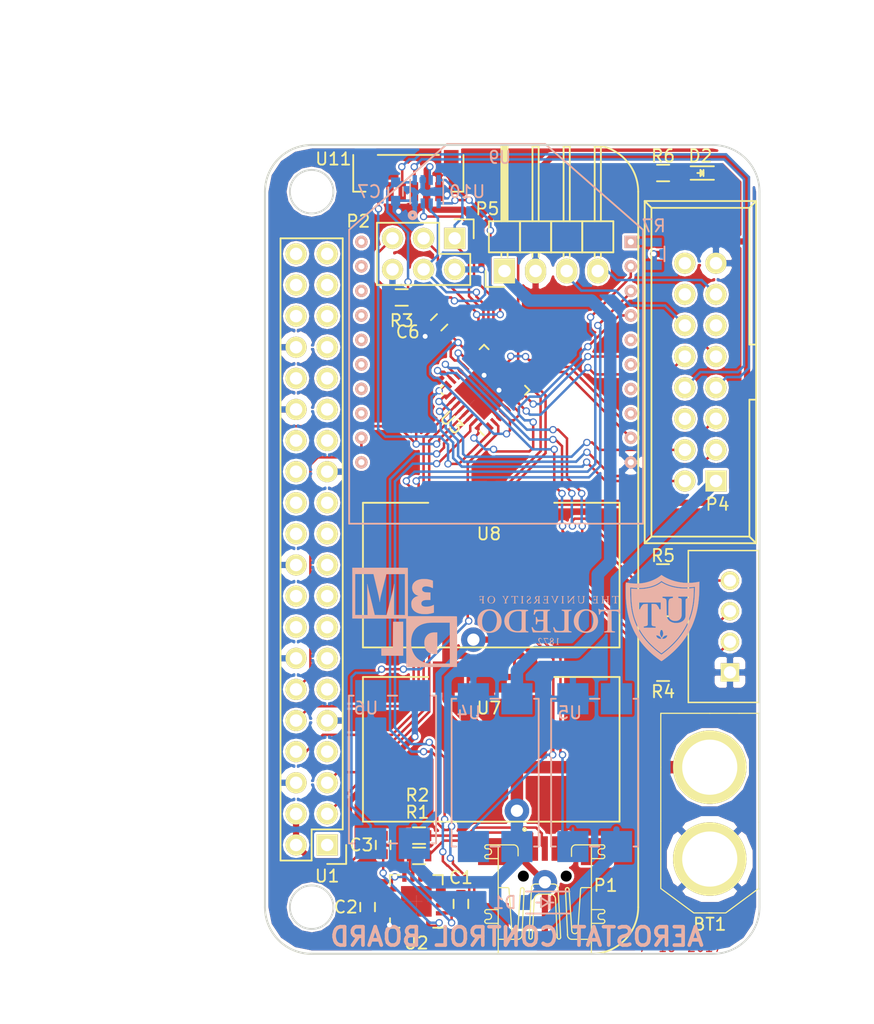
<source format=kicad_pcb>
(kicad_pcb (version 4) (host pcbnew 4.0.5+dfsg1-4)
  (layers (0 F.Cu signal) (31 B.Cu signal) (34 B.Paste user) (35 F.Paste user) (36 B.SilkS user) (37 F.SilkS user) (38 B.Mask user) (39 F.Mask user) (44 Edge.Cuts user))
  (net 0 "")
  (net 1 "Net-(C1-Pad1)")
  (net 2 GND)
  (net 3 AVR_RST)
  (net 4 "Net-(C2-Pad2)")
  (net 5 +12C)
  (net 6 +3V3)
  (net 7 +5V)
  (net 8 BMP_CSB)
  (net 9 MOSI)
  (net 10 MISO)
  (net 11 SCK)
  (net 12 SDA)
  (net 13 SCL)
  (net 14 RX_AVR)
  (net 15 TX_AVR)
  (net 16 XBEE_INT)
  (net 17 "Net-(P1-Pad4)")
  (net 18 "Net-(U1-Pad1)")
  (net 19 "Net-(U1-Pad4)")
  (net 20 "Net-(U1-Pad6)")
  (net 21 "Net-(U1-Pad7)")
  (net 22 "Net-(U1-Pad8)")
  (net 23 "Net-(U1-Pad9)")
  (net 24 "Net-(U1-Pad10)")
  (net 25 "Net-(U1-Pad11)")
  (net 26 "Net-(U1-Pad12)")
  (net 27 "Net-(U1-Pad14)")
  (net 28 "Net-(U1-Pad15)")
  (net 29 "Net-(U1-Pad16)")
  (net 30 "Net-(U1-Pad17)")
  (net 31 "Net-(U1-Pad18)")
  (net 32 "Net-(U1-Pad19)")
  (net 33 "Net-(U1-Pad20)")
  (net 34 VCC_PI)
  (net 35 TX_PI)
  (net 36 RX_PI)
  (net 37 CTS)
  (net 38 "Net-(U1-Pad28)")
  (net 39 "Net-(U1-Pad29)")
  (net 40 "Net-(U1-Pad31)")
  (net 41 "Net-(U1-Pad32)")
  (net 42 "Net-(U1-Pad33)")
  (net 43 "Net-(U1-Pad34)")
  (net 44 "Net-(U1-Pad36)")
  (net 45 "Net-(U1-Pad38)")
  (net 46 "Net-(U1-Pad39)")
  (net 47 "Net-(U1-Pad40)")
  (net 48 "Net-(U2-Pad4)")
  (net 49 "Net-(U2-Pad5)")
  (net 50 "Net-(U2-Pad11)")
  (net 51 "Net-(U2-Pad12)")
  (net 52 "Net-(U2-Pad14)")
  (net 53 VCC_XBEE)
  (net 54 VCC_FPV)
  (net 55 VCC_uMCA)
  (net 56 TAKE_PICTURE)
  (net 57 SELECT)
  (net 58 SCROLL_DOWN)
  (net 59 uMCA_IDLE)
  (net 60 uMCA_BUSY)
  (net 61 SCROLL_UP)
  (net 62 uMCA_TX)
  (net 63 uMCA_RX)
  (net 64 VIDEO_OUT)
  (net 65 VIDEO_GND)
  (net 66 VCC_GPS)
  (net 67 GPS_PWR_CTRL)
  (net 68 "Net-(P4-Pad6)")
  (net 69 "Net-(P4-Pad11)")
  (net 70 "Net-(P4-Pad16)")
  (net 71 "Net-(C3-Pad2)")
  (net 72 BAL_1)
  (net 73 BAL_2)
  (net 74 BAL_3)
  (net 75 BAL_1%2)
  (net 76 BAL_2%4)
  (net 77 BAL_3%6)
  (net 78 /Control/D1-)
  (net 79 /Control/D1+)
  (net 80 /Control/D2-)
  (net 81 /Control/D2+)
  (net 82 "Net-(R4-Pad8)")
  (net 83 "Net-(R4-Pad9)")
  (net 84 "Net-(R4-Pad4)")
  (net 85 "Net-(R4-Pad7)")
  (net 86 "Net-(R4-Pad13)")
  (net 87 "Net-(R4-Pad10)")
  (net 88 "Net-(R5-Pad15)")
  (net 89 "Net-(R5-Pad8)")
  (net 90 "Net-(R5-Pad9)")
  (net 91 "Net-(R5-Pad2)")
  (net 92 "Net-(R5-Pad4)")
  (net 93 "Net-(R5-Pad7)")
  (net 94 "Net-(R5-Pad13)")
  (net 95 "Net-(R5-Pad10)")
  (net 96 PI_PWR)
  (net 97 FPV_PWR)
  (net 98 uMCA_PWR)
  (net 99 XBEE_SLEEP)
  (net 100 "Net-(U9-Pad5)")
  (net 101 "Net-(U9-Pad6)")
  (net 102 "Net-(U9-Pad7)")
  (net 103 "Net-(U9-Pad20)")
  (net 104 "Net-(U9-Pad19)")
  (net 105 "Net-(U9-Pad18)")
  (net 106 "Net-(U9-Pad17)")
  (net 107 "Net-(U9-Pad16)")
  (net 108 "Net-(U9-Pad15)")
  (net 109 "Net-(U9-Pad14)")
  (net 110 "Net-(U9-Pad13)")
  (net 111 "Net-(U9-Pad11)")
  (net 112 "Net-(U11-Pad5)")
  (net 113 "Net-(D2-Pad2)")
  (net 114 "Net-(R6-Pad2)")
  (module MOD:Pi_Zero_W (layer F.Cu) (at 146.685 110.998 180)
    (fp_text reference U1 (at 0 -2.54 180) (layer F.SilkS))
    (fp_text value Pi_Zero_W)
    (pad 1 thru_hole rect (at 0 0 180) (size 1.7272 1.7272) (drill 1.016) (layers *.Cu *.Mask F.SilkS) (net 18 "Net-(U1-Pad1)"))
    (pad 21 thru_hole oval (at 2.54 0 180) (size 1.7272 1.7272) (drill 1.016) (layers *.Cu *.Mask F.SilkS) (net 34 VCC_PI))
    (pad 2 thru_hole oval (at 0 2.54 180) (size 1.7272 1.7272) (drill 1.016) (layers *.Cu *.Mask F.SilkS) (net 12 SDA))
    (pad 22 thru_hole oval (at 2.54 2.54 180) (size 1.7272 1.7272) (drill 1.016) (layers *.Cu *.Mask F.SilkS) (net 34 VCC_PI))
    (pad 3 thru_hole oval (at 0 5.08 180) (size 1.7272 1.7272) (drill 1.016) (layers *.Cu *.Mask F.SilkS) (net 13 SCL))
    (pad 23 thru_hole oval (at 2.54 5.08 180) (size 1.7272 1.7272) (drill 1.016) (layers *.Cu *.Mask F.SilkS) (net 2 GND))
    (pad 4 thru_hole oval (at 0 7.62 180) (size 1.7272 1.7272) (drill 1.016) (layers *.Cu *.Mask F.SilkS) (net 19 "Net-(U1-Pad4)"))
    (pad 24 thru_hole oval (at 2.54 7.62 180) (size 1.7272 1.7272) (drill 1.016) (layers *.Cu *.Mask F.SilkS) (net 35 TX_PI))
    (pad 5 thru_hole oval (at 0 10.16 180) (size 1.7272 1.7272) (drill 1.016) (layers *.Cu *.Mask F.SilkS) (net 2 GND))
    (pad 25 thru_hole oval (at 2.54 10.16 180) (size 1.7272 1.7272) (drill 1.016) (layers *.Cu *.Mask F.SilkS) (net 36 RX_PI))
    (pad 6 thru_hole oval (at 0 12.7 180) (size 1.7272 1.7272) (drill 1.016) (layers *.Cu *.Mask F.SilkS) (net 20 "Net-(U1-Pad6)"))
    (pad 26 thru_hole oval (at 2.54 12.7 180) (size 1.7272 1.7272) (drill 1.016) (layers *.Cu *.Mask F.SilkS) (net 37 CTS))
    (pad 7 thru_hole oval (at 0 15.24 180) (size 1.7272 1.7272) (drill 1.016) (layers *.Cu *.Mask F.SilkS) (net 21 "Net-(U1-Pad7)"))
    (pad 27 thru_hole oval (at 2.54 15.24 180) (size 1.7272 1.7272) (drill 1.016) (layers *.Cu *.Mask F.SilkS) (net 2 GND))
    (pad 8 thru_hole oval (at 0 17.78 180) (size 1.7272 1.7272) (drill 1.016) (layers *.Cu *.Mask F.SilkS) (net 22 "Net-(U1-Pad8)"))
    (pad 28 thru_hole oval (at 2.54 17.78 180) (size 1.7272 1.7272) (drill 1.016) (layers *.Cu *.Mask F.SilkS) (net 38 "Net-(U1-Pad28)"))
    (pad 9 thru_hole oval (at 0 20.32 180) (size 1.7272 1.7272) (drill 1.016) (layers *.Cu *.Mask F.SilkS) (net 23 "Net-(U1-Pad9)"))
    (pad 29 thru_hole oval (at 2.54 20.32 180) (size 1.7272 1.7272) (drill 1.016) (layers *.Cu *.Mask F.SilkS) (net 39 "Net-(U1-Pad29)"))
    (pad 10 thru_hole oval (at 0 22.86 180) (size 1.7272 1.7272) (drill 1.016) (layers *.Cu *.Mask F.SilkS) (net 24 "Net-(U1-Pad10)"))
    (pad 30 thru_hole oval (at 2.54 22.86 180) (size 1.7272 1.7272) (drill 1.016) (layers *.Cu *.Mask F.SilkS) (net 2 GND))
    (pad 11 thru_hole oval (at 0 25.4 180) (size 1.7272 1.7272) (drill 1.016) (layers *.Cu *.Mask F.SilkS) (net 25 "Net-(U1-Pad11)"))
    (pad 31 thru_hole oval (at 2.54 25.4 180) (size 1.7272 1.7272) (drill 1.016) (layers *.Cu *.Mask F.SilkS) (net 40 "Net-(U1-Pad31)"))
    (pad 12 thru_hole oval (at 0 27.94 180) (size 1.7272 1.7272) (drill 1.016) (layers *.Cu *.Mask F.SilkS) (net 26 "Net-(U1-Pad12)"))
    (pad 32 thru_hole oval (at 2.54 27.94 180) (size 1.7272 1.7272) (drill 1.016) (layers *.Cu *.Mask F.SilkS) (net 41 "Net-(U1-Pad32)"))
    (pad 13 thru_hole oval (at 0 30.48 180) (size 1.7272 1.7272) (drill 1.016) (layers *.Cu *.Mask F.SilkS) (net 2 GND))
    (pad 33 thru_hole oval (at 2.54 30.48 180) (size 1.7272 1.7272) (drill 1.016) (layers *.Cu *.Mask F.SilkS) (net 42 "Net-(U1-Pad33)"))
    (pad 14 thru_hole oval (at 0 33.02 180) (size 1.7272 1.7272) (drill 1.016) (layers *.Cu *.Mask F.SilkS) (net 27 "Net-(U1-Pad14)"))
    (pad 34 thru_hole oval (at 2.54 33.02 180) (size 1.7272 1.7272) (drill 1.016) (layers *.Cu *.Mask F.SilkS) (net 43 "Net-(U1-Pad34)"))
    (pad 15 thru_hole oval (at 0 35.56 180) (size 1.7272 1.7272) (drill 1.016) (layers *.Cu *.Mask F.SilkS) (net 28 "Net-(U1-Pad15)"))
    (pad 35 thru_hole oval (at 2.54 35.56 180) (size 1.7272 1.7272) (drill 1.016) (layers *.Cu *.Mask F.SilkS) (net 2 GND))
    (pad 16 thru_hole oval (at 0 38.1 180) (size 1.7272 1.7272) (drill 1.016) (layers *.Cu *.Mask F.SilkS) (net 29 "Net-(U1-Pad16)"))
    (pad 36 thru_hole oval (at 2.54 38.1 180) (size 1.7272 1.7272) (drill 1.016) (layers *.Cu *.Mask F.SilkS) (net 44 "Net-(U1-Pad36)"))
    (pad 17 thru_hole oval (at 0 40.64 180) (size 1.7272 1.7272) (drill 1.016) (layers *.Cu *.Mask F.SilkS) (net 30 "Net-(U1-Pad17)"))
    (pad 37 thru_hole oval (at 2.54 40.64 180) (size 1.7272 1.7272) (drill 1.016) (layers *.Cu *.Mask F.SilkS) (net 2 GND))
    (pad 18 thru_hole oval (at 0 43.18 180) (size 1.7272 1.7272) (drill 1.016) (layers *.Cu *.Mask F.SilkS) (net 31 "Net-(U1-Pad18)"))
    (pad 38 thru_hole oval (at 2.54 43.18 180) (size 1.7272 1.7272) (drill 1.016) (layers *.Cu *.Mask F.SilkS) (net 45 "Net-(U1-Pad38)"))
    (pad 19 thru_hole oval (at 0 45.72 180) (size 1.7272 1.7272) (drill 1.016) (layers *.Cu *.Mask F.SilkS) (net 32 "Net-(U1-Pad19)"))
    (pad 39 thru_hole oval (at 2.54 45.72 180) (size 1.7272 1.7272) (drill 1.016) (layers *.Cu *.Mask F.SilkS) (net 46 "Net-(U1-Pad39)"))
    (pad 20 thru_hole oval (at 0 48.26 180) (size 1.7272 1.7272) (drill 1.016) (layers *.Cu *.Mask F.SilkS) (net 33 "Net-(U1-Pad20)"))
    (pad 40 thru_hole oval (at 2.54 48.26 180) (size 1.7272 1.7272) (drill 1.016) (layers *.Cu *.Mask F.SilkS) (net 47 "Net-(U1-Pad40)"))
  )
  (module "MOD:VOLTAGE REG MODULE" (layer F.Cu) (at 160.147 107.823 180)
    (fp_text reference U7 (at 0.254 8.001 180) (layer F.SilkS))
    (fp_text value 5V)
    (pad 2 smd rect (at 0.0635 10.541 180) (size 2.54 2.54) (layers F.Cu F.Paste F.Mask) (net 2 GND))
    (pad 3 smd rect (at 3.556 10.541 180) (size 2.54 2.54) (layers F.Cu F.Paste F.Mask) (net 5 +12C))
    (pad 1 smd rect (at -3.429 10.541 180) (size 2.54 2.54) (layers F.Cu F.Paste F.Mask) (net 7 +5V))
  )
  (module MOD:XT60 (layer F.Cu) (at 177.927 112.148 90)
    (fp_text reference BT1 (at -5.327 0 180) (layer F.SilkS))
    (fp_text value "11.1V LIPO")
    (pad 2 thru_hole circle (at 0 0 90) (size 6 6) (drill 4.5) (layers *.Cu *.Mask F.SilkS) (net 2 GND))
    (pad 1 thru_hole circle (at 7.5 0 90) (size 6 6) (drill 4.5) (layers *.Cu *.Mask F.SilkS) (net 5 +12C))
  )
  (module Capacitors_SMD:C_0603 (layer F.Cu) (at 157.607 115.812 90)
    (fp_text reference C1 (at 2.147 0 180) (layer F.SilkS))
    (fp_text value 1uF)
    (pad 1 smd rect (at -0.75 0 90) (size 0.8 0.75) (layers F.Cu F.Paste F.Mask) (net 1 "Net-(C1-Pad1)"))
    (pad 2 smd rect (at 0.75 0 90) (size 0.8 0.75) (layers F.Cu F.Paste F.Mask) (net 2 GND))
  )
  (module Capacitors_SMD:C_0603 (layer F.Cu) (at 149.987 116.066 90)
    (fp_text reference C2 (at 0 -1.778 180) (layer F.SilkS))
    (fp_text value 1uF)
    (pad 1 smd rect (at -0.75 0 90) (size 0.8 0.75) (layers F.Cu F.Paste F.Mask) (net 2 GND))
    (pad 2 smd rect (at 0.75 0 90) (size 0.8 0.75) (layers F.Cu F.Paste F.Mask) (net 4 "Net-(C2-Pad2)"))
  )
  (module Capacitors_SMD:C_0603 (layer F.Cu) (at 151.257 110.998 270)
    (fp_text reference C3 (at 0 1.778 360) (layer F.SilkS))
    (fp_text value 0.1uF)
    (pad 1 smd rect (at -0.75 0 270) (size 0.8 0.75) (layers F.Cu F.Paste F.Mask) (net 3 AVR_RST))
    (pad 2 smd rect (at 0.75 0 270) (size 0.8 0.75) (layers F.Cu F.Paste F.Mask) (net 71 "Net-(C3-Pad2)"))
  )
  (module Capacitors_SMD:C_0603 (layer B.Cu) (at 152.273 57.646 270)
    (fp_text reference C7 (at 0.012 2.159 360) (layer B.SilkS) (effects (justify mirror)))
    (fp_text value 1uF)
    (pad 1 smd rect (at -0.75 0 270) (size 0.8 0.75) (layers B.Cu B.Paste B.Mask) (net 6 +3V3))
    (pad 2 smd rect (at 0.75 0 270) (size 0.8 0.75) (layers B.Cu B.Paste B.Mask) (net 2 GND))
  )
  (module Diodes_SMD:SOD-123 (layer B.Cu) (at 164.465 115.697 180)
    (fp_text reference D1 (at 3.302 0 180) (layer B.SilkS) (effects (justify mirror)))
    (fp_text value 1A)
    (pad 1 smd rect (at -1.635 0 180) (size 0.91 1.22) (layers B.Cu B.Paste B.Mask) (net 5 +12C))
    (pad 2 smd rect (at 1.635 0 180) (size 0.91 1.22) (layers B.Cu B.Paste B.Mask) (net 4 "Net-(C2-Pad2)"))
  )
  (module MOD:UX60-MB-5ST (layer F.Cu) (at 164.456 111)
    (fp_text reference P1 (at 4.962 3.3) (layer F.SilkS))
    (fp_text value USB_OTG hide)
    (pad M3 smd rect (at -4.2 0.54 90) (size 2.2 2.5) (layers F.Cu F.Paste F.Mask))
    (pad M4 smd rect (at 4.2 0.54 90) (size 2.2 2.5) (layers F.Cu F.Paste F.Mask))
    (pad M2 smd rect (at -4.2 5.84 90) (size 2.2 2.5) (layers F.Cu F.Paste F.Mask))
    (pad M1 smd rect (at 4.2 5.84 90) (size 2.2 2.5) (layers F.Cu F.Paste F.Mask))
    (pad 1 smd rect (at -1.6 0.29 90) (size 2 0.5) (layers F.Cu F.Paste F.Mask) (net 4 "Net-(C2-Pad2)"))
    (pad 2 smd rect (at -0.8 0.29 90) (size 2 0.5) (layers F.Cu F.Paste F.Mask) (net 78 /Control/D1-))
    (pad 3 smd rect (at 0 0.29 90) (size 2 0.5) (layers F.Cu F.Paste F.Mask) (net 79 /Control/D1+))
    (pad 4 smd rect (at 0.8 0.29 90) (size 2 0.5) (layers F.Cu F.Paste F.Mask) (net 17 "Net-(P1-Pad4)"))
    (pad 5 smd rect (at 1.6 0.29 90) (size 2 0.5) (layers F.Cu F.Paste F.Mask) (net 2 GND))
    (pad Hole np_thru_hole circle (at -1.75 2.54) (size 0.9 0.9) (drill 0.9) (layers))
    (pad Hole np_thru_hole circle (at 1.75 2.54) (size 0.9 0.9) (drill 0.9) (layers))
  )
  (module Pin_Headers:Pin_Header_Straight_2x03 (layer F.Cu) (at 157.099 61.468 270)
    (fp_text reference P2 (at -1.397 7.874 360) (layer F.SilkS))
    (fp_text value ICSP)
    (pad 1 thru_hole rect (at 0 0 270) (size 1.7272 1.7272) (drill 1.016) (layers *.Cu *.Mask F.SilkS) (net 10 MISO))
    (pad 2 thru_hole oval (at 2.54 0 270) (size 1.7272 1.7272) (drill 1.016) (layers *.Cu *.Mask F.SilkS) (net 6 +3V3))
    (pad 3 thru_hole oval (at 0 2.54 270) (size 1.7272 1.7272) (drill 1.016) (layers *.Cu *.Mask F.SilkS) (net 11 SCK))
    (pad 4 thru_hole oval (at 2.54 2.54 270) (size 1.7272 1.7272) (drill 1.016) (layers *.Cu *.Mask F.SilkS) (net 9 MOSI))
    (pad 5 thru_hole oval (at 0 5.08 270) (size 1.7272 1.7272) (drill 1.016) (layers *.Cu *.Mask F.SilkS) (net 3 AVR_RST))
    (pad 6 thru_hole oval (at 2.54 5.08 270) (size 1.7272 1.7272) (drill 1.016) (layers *.Cu *.Mask F.SilkS) (net 2 GND))
  )
  (module "MOD:JST_B4B-XH-A(LF)(SN)" (layer F.Cu) (at 179.578 93.158 90)
    (fp_text reference P3 hide)
    (fp_text value "LIPO BALANCE" hide)
    (pad 1 thru_hole rect (at -3.75 0 90) (size 1.508 1.508) (drill 1) (layers *.Cu *.Mask F.SilkS) (net 2 GND))
    (pad 2 thru_hole circle (at -1.25 0 90) (size 1.508 1.508) (drill 1) (layers *.Cu *.Mask F.SilkS) (net 72 BAL_1))
    (pad 3 thru_hole circle (at 1.25 0 90) (size 1.508 1.508) (drill 1) (layers *.Cu *.Mask F.SilkS) (net 73 BAL_2))
    (pad 4 thru_hole circle (at 3.75 0 90) (size 1.508 1.508) (drill 1) (layers *.Cu *.Mask F.SilkS) (net 74 BAL_3))
  )
  (module Connect:IDC_Header_Straight_16pins (layer F.Cu) (at 178.435 81.280001 90)
    (fp_text reference P4 (at -1.904999 0.127 180) (layer F.SilkS))
    (fp_text value "Multi GPIO")
    (pad 1 thru_hole rect (at 0 0 90) (size 1.7272 1.7272) (drill 1.016) (layers *.Cu *.Mask F.SilkS) (net 55 VCC_uMCA))
    (pad 2 thru_hole oval (at 0 -2.54 90) (size 1.7272 1.7272) (drill 1.016) (layers *.Cu *.Mask F.SilkS) (net 57 SELECT))
    (pad 3 thru_hole oval (at 2.54 0 90) (size 1.7272 1.7272) (drill 1.016) (layers *.Cu *.Mask F.SilkS) (net 61 SCROLL_UP))
    (pad 4 thru_hole oval (at 2.54 -2.54 90) (size 1.7272 1.7272) (drill 1.016) (layers *.Cu *.Mask F.SilkS) (net 58 SCROLL_DOWN))
    (pad 5 thru_hole oval (at 5.08 0 90) (size 1.7272 1.7272) (drill 1.016) (layers *.Cu *.Mask F.SilkS) (net 56 TAKE_PICTURE))
    (pad 6 thru_hole oval (at 5.08 -2.54 90) (size 1.7272 1.7272) (drill 1.016) (layers *.Cu *.Mask F.SilkS) (net 68 "Net-(P4-Pad6)"))
    (pad 7 thru_hole oval (at 7.62 0 90) (size 1.7272 1.7272) (drill 1.016) (layers *.Cu *.Mask F.SilkS) (net 62 uMCA_TX))
    (pad 8 thru_hole oval (at 7.62 -2.54 90) (size 1.7272 1.7272) (drill 1.016) (layers *.Cu *.Mask F.SilkS) (net 63 uMCA_RX))
    (pad 9 thru_hole oval (at 10.16 0 90) (size 1.7272 1.7272) (drill 1.016) (layers *.Cu *.Mask F.SilkS) (net 60 uMCA_BUSY))
    (pad 10 thru_hole oval (at 10.16 -2.54 90) (size 1.7272 1.7272) (drill 1.016) (layers *.Cu *.Mask F.SilkS) (net 59 uMCA_IDLE))
    (pad 11 thru_hole oval (at 12.7 0 90) (size 1.7272 1.7272) (drill 1.016) (layers *.Cu *.Mask F.SilkS) (net 69 "Net-(P4-Pad11)"))
    (pad 12 thru_hole oval (at 12.7 -2.54 90) (size 1.7272 1.7272) (drill 1.016) (layers *.Cu *.Mask F.SilkS) (net 64 VIDEO_OUT))
    (pad 13 thru_hole oval (at 15.24 0 90) (size 1.7272 1.7272) (drill 1.016) (layers *.Cu *.Mask F.SilkS) (net 65 VIDEO_GND))
    (pad 14 thru_hole oval (at 15.24 -2.54 90) (size 1.7272 1.7272) (drill 1.016) (layers *.Cu *.Mask F.SilkS) (net 66 VCC_GPS))
    (pad 15 thru_hole oval (at 17.78 0 90) (size 1.7272 1.7272) (drill 1.016) (layers *.Cu *.Mask F.SilkS) (net 2 GND))
    (pad 16 thru_hole oval (at 17.78 -2.54 90) (size 1.7272 1.7272) (drill 1.016) (layers *.Cu *.Mask F.SilkS) (net 70 "Net-(P4-Pad16)"))
  )
  (module Resistors_SMD:R_0603 (layer F.Cu) (at 154.19 111.887)
    (fp_text reference R1 (at -0.139 -3.556) (layer F.SilkS))
    (fp_text value 22)
    (pad 1 smd rect (at -0.75 0) (size 0.5 0.9) (layers F.Cu F.Paste F.Mask) (net 80 /Control/D2-))
    (pad 2 smd rect (at 0.75 0) (size 0.5 0.9) (layers F.Cu F.Paste F.Mask) (net 78 /Control/D1-))
  )
  (module Resistors_SMD:R_0603 (layer F.Cu) (at 154.19 110.236)
    (fp_text reference R2 (at -0.139 -3.302) (layer F.SilkS))
    (fp_text value 22)
    (pad 1 smd rect (at -0.75 0) (size 0.5 0.9) (layers F.Cu F.Paste F.Mask) (net 81 /Control/D2+))
    (pad 2 smd rect (at 0.75 0) (size 0.5 0.9) (layers F.Cu F.Paste F.Mask) (net 79 /Control/D1+))
  )
  (module Resistors_SMD:R_0603 (layer F.Cu) (at 152.769 66.294 180)
    (fp_text reference R3 (at 0 -1.9 180) (layer F.SilkS))
    (fp_text value 10K)
    (pad 1 smd rect (at -0.75 0 180) (size 0.5 0.9) (layers F.Cu F.Paste F.Mask) (net 6 +3V3))
    (pad 2 smd rect (at 0.75 0 180) (size 0.5 0.9) (layers F.Cu F.Paste F.Mask) (net 3 AVR_RST))
  )
  (module Resistors_SMD:R_Array_Convex_8x0602 (layer F.Cu) (at 174.117 95.484 180)
    (fp_text reference R4 (at 0 -3 180) (layer F.SilkS))
    (fp_text value R_PACK8)
    (pad 1 smd rect (at -0.9 -1.75 180) (size 0.8 0.3) (layers F.Cu F.Paste F.Mask) (net 72 BAL_1))
    (pad 16 smd rect (at 0.9 -1.75 180) (size 0.8 0.3) (layers F.Cu F.Paste F.Mask) (net 75 BAL_1%2))
    (pad 8 smd rect (at -0.9 1.75 180) (size 0.8 0.3) (layers F.Cu F.Paste F.Mask) (net 82 "Net-(R4-Pad8)"))
    (pad 9 smd rect (at 0.9 1.75 180) (size 0.8 0.3) (layers F.Cu F.Paste F.Mask) (net 83 "Net-(R4-Pad9)"))
    (pad 2 smd rect (at -0.9 -1.25 180) (size 0.8 0.3) (layers F.Cu F.Paste F.Mask) (net 2 GND))
    (pad 3 smd rect (at -0.9 -0.75 180) (size 0.8 0.3) (layers F.Cu F.Paste F.Mask) (net 73 BAL_2))
    (pad 4 smd rect (at -0.9 -0.25 180) (size 0.8 0.3) (layers F.Cu F.Paste F.Mask) (net 84 "Net-(R4-Pad4)"))
    (pad 5 smd rect (at -0.9 0.25 180) (size 0.8 0.3) (layers F.Cu F.Paste F.Mask) (net 84 "Net-(R4-Pad4)"))
    (pad 6 smd rect (at -0.9 0.75 180) (size 0.8 0.3) (layers F.Cu F.Paste F.Mask) (net 2 GND))
    (pad 7 smd rect (at -0.9 1.25 180) (size 0.8 0.3) (layers F.Cu F.Paste F.Mask) (net 85 "Net-(R4-Pad7)"))
    (pad 15 smd rect (at 0.9 -1.25 180) (size 0.8 0.3) (layers F.Cu F.Paste F.Mask) (net 75 BAL_1%2))
    (pad 14 smd rect (at 0.9 -0.75 180) (size 0.8 0.3) (layers F.Cu F.Paste F.Mask) (net 86 "Net-(R4-Pad13)"))
    (pad 13 smd rect (at 0.9 -0.25 180) (size 0.8 0.3) (layers F.Cu F.Paste F.Mask) (net 86 "Net-(R4-Pad13)"))
    (pad 11 smd rect (at 0.9 0.75 180) (size 0.8 0.3) (layers F.Cu F.Paste F.Mask) (net 76 BAL_2%4))
    (pad 12 smd rect (at 0.9 0.25 180) (size 0.8 0.3) (layers F.Cu F.Paste F.Mask) (net 76 BAL_2%4))
    (pad 10 smd rect (at 0.9 1.25 180) (size 0.8 0.3) (layers F.Cu F.Paste F.Mask) (net 87 "Net-(R4-Pad10)"))
  )
  (module Resistors_SMD:R_Array_Convex_8x0602 (layer F.Cu) (at 174.106 90.198 180)
    (fp_text reference R5 (at -0.011 2.822 180) (layer F.SilkS))
    (fp_text value R_PACK8)
    (pad 1 smd rect (at -0.9 -1.75 180) (size 0.8 0.3) (layers F.Cu F.Paste F.Mask) (net 74 BAL_3))
    (pad 16 smd rect (at 0.9 -1.75 180) (size 0.8 0.3) (layers F.Cu F.Paste F.Mask) (net 88 "Net-(R5-Pad15)"))
    (pad 8 smd rect (at -0.9 1.75 180) (size 0.8 0.3) (layers F.Cu F.Paste F.Mask) (net 89 "Net-(R5-Pad8)"))
    (pad 9 smd rect (at 0.9 1.75 180) (size 0.8 0.3) (layers F.Cu F.Paste F.Mask) (net 90 "Net-(R5-Pad9)"))
    (pad 2 smd rect (at -0.9 -1.25 180) (size 0.8 0.3) (layers F.Cu F.Paste F.Mask) (net 91 "Net-(R5-Pad2)"))
    (pad 3 smd rect (at -0.9 -0.75 180) (size 0.8 0.3) (layers F.Cu F.Paste F.Mask) (net 91 "Net-(R5-Pad2)"))
    (pad 4 smd rect (at -0.9 -0.25 180) (size 0.8 0.3) (layers F.Cu F.Paste F.Mask) (net 92 "Net-(R5-Pad4)"))
    (pad 5 smd rect (at -0.9 0.25 180) (size 0.8 0.3) (layers F.Cu F.Paste F.Mask) (net 92 "Net-(R5-Pad4)"))
    (pad 6 smd rect (at -0.9 0.75 180) (size 0.8 0.3) (layers F.Cu F.Paste F.Mask) (net 2 GND))
    (pad 7 smd rect (at -0.9 1.25 180) (size 0.8 0.3) (layers F.Cu F.Paste F.Mask) (net 93 "Net-(R5-Pad7)"))
    (pad 15 smd rect (at 0.9 -1.25 180) (size 0.8 0.3) (layers F.Cu F.Paste F.Mask) (net 88 "Net-(R5-Pad15)"))
    (pad 14 smd rect (at 0.9 -0.75 180) (size 0.8 0.3) (layers F.Cu F.Paste F.Mask) (net 94 "Net-(R5-Pad13)"))
    (pad 13 smd rect (at 0.9 -0.25 180) (size 0.8 0.3) (layers F.Cu F.Paste F.Mask) (net 94 "Net-(R5-Pad13)"))
    (pad 11 smd rect (at 0.9 0.75 180) (size 0.8 0.3) (layers F.Cu F.Paste F.Mask) (net 77 BAL_3%6))
    (pad 12 smd rect (at 0.9 0.25 180) (size 0.8 0.3) (layers F.Cu F.Paste F.Mask) (net 77 BAL_3%6))
    (pad 10 smd rect (at 0.9 1.25 180) (size 0.8 0.3) (layers F.Cu F.Paste F.Mask) (net 95 "Net-(R5-Pad10)"))
  )
  (module Housings_DFN_QFN:QFN-16-1EP_4x4mm_Pitch0.65mm (layer F.Cu) (at 153.965 115.602 180)
    (fp_text reference U2 (at 0 -3.4 180) (layer F.SilkS))
    (fp_text value FT230XQ-R)
    (pad 1 smd rect (at -2 -0.975 180) (size 0.8 0.35) (layers F.Cu F.Paste F.Mask) (net 1 "Net-(C1-Pad1)"))
    (pad 2 smd rect (at -2 -0.325 180) (size 0.8 0.35) (layers F.Cu F.Paste F.Mask) (net 15 TX_AVR))
    (pad 3 smd rect (at -2 0.325 180) (size 0.8 0.35) (layers F.Cu F.Paste F.Mask) (net 2 GND))
    (pad 4 smd rect (at -2 0.975 180) (size 0.8 0.35) (layers F.Cu F.Paste F.Mask) (net 48 "Net-(U2-Pad4)"))
    (pad 5 smd rect (at -0.975 2 270) (size 0.8 0.35) (layers F.Cu F.Paste F.Mask) (net 49 "Net-(U2-Pad5)"))
    (pad 6 smd rect (at -0.325 2 270) (size 0.8 0.35) (layers F.Cu F.Paste F.Mask) (net 81 /Control/D2+))
    (pad 7 smd rect (at 0.325 2 270) (size 0.8 0.35) (layers F.Cu F.Paste F.Mask) (net 80 /Control/D2-))
    (pad 8 smd rect (at 0.975 2 270) (size 0.8 0.35) (layers F.Cu F.Paste F.Mask) (net 1 "Net-(C1-Pad1)"))
    (pad 9 smd rect (at 2 0.975 180) (size 0.8 0.35) (layers F.Cu F.Paste F.Mask) (net 1 "Net-(C1-Pad1)"))
    (pad 10 smd rect (at 2 0.325 180) (size 0.8 0.35) (layers F.Cu F.Paste F.Mask) (net 4 "Net-(C2-Pad2)"))
    (pad 11 smd rect (at 2 -0.325 180) (size 0.8 0.35) (layers F.Cu F.Paste F.Mask) (net 50 "Net-(U2-Pad11)"))
    (pad 12 smd rect (at 2 -0.975 180) (size 0.8 0.35) (layers F.Cu F.Paste F.Mask) (net 51 "Net-(U2-Pad12)"))
    (pad 13 smd rect (at 0.975 -2 270) (size 0.8 0.35) (layers F.Cu F.Paste F.Mask) (net 2 GND))
    (pad 14 smd rect (at 0.325 -2 270) (size 0.8 0.35) (layers F.Cu F.Paste F.Mask) (net 52 "Net-(U2-Pad14)"))
    (pad 15 smd rect (at -0.325 -2 270) (size 0.8 0.35) (layers F.Cu F.Paste F.Mask) (net 14 RX_AVR))
    (pad 16 smd rect (at -0.975 -2 270) (size 0.8 0.35) (layers F.Cu F.Paste F.Mask) (net 71 "Net-(C3-Pad2)"))
    (pad 17 smd rect (at 0.625 0.625 180) (size 1.25 1.25) (layers F.Cu F.Paste F.Mask) (net 2 GND))
    (pad 17 smd rect (at 0.625 -0.625 180) (size 1.25 1.25) (layers F.Cu F.Paste F.Mask) (net 2 GND))
    (pad 17 smd rect (at -0.625 0.625 180) (size 1.25 1.25) (layers F.Cu F.Paste F.Mask) (net 2 GND))
    (pad 17 smd rect (at -0.625 -0.625 180) (size 1.25 1.25) (layers F.Cu F.Paste F.Mask) (net 2 GND))
  )
  (module "MOD:LOAD SWITCH MODULE" (layer B.Cu) (at 163.957 113.665 90)
    (fp_text reference U4 (at 13.462 -5.715 180) (layer B.SilkS) (effects (justify mirror)))
    (fp_text value LOADSWITCHMODULE)
    (fp_line (start 3.81 -1.778) (end 3.937 -1.778) (layer B.Cu) (width 0.508))
    (pad 1 smd rect (at 2.54 -1.778 90) (size 2.54 2.54) (layers B.Cu B.Paste B.Mask) (net 5 +12C))
    (pad 2 smd rect (at 2.54 -5.334 90) (size 2.54 2.54) (layers B.Cu B.Paste B.Mask) (net 97 FPV_PWR))
    (pad 4 smd rect (at 14.605 -1.778 90) (size 2.54 2.54) (layers B.Cu B.Paste B.Mask) (net 54 VCC_FPV))
    (pad 3 smd rect (at 14.605 -5.334 90) (size 2.54 2.54) (layers B.Cu B.Paste B.Mask) (net 2 GND))
  )
  (module "MOD:LOAD SWITCH MODULE" (layer B.Cu) (at 172.085 113.665 90)
    (fp_text reference U5 (at 13.462 -5.588 180) (layer B.SilkS) (effects (justify mirror)))
    (fp_text value LOADSWITCHMODULE)
    (fp_line (start 3.81 -1.778) (end 3.937 -1.778) (layer B.Cu) (width 0.508))
    (pad 1 smd rect (at 2.54 -1.778 90) (size 2.54 2.54) (layers B.Cu B.Paste B.Mask) (net 5 +12C))
    (pad 2 smd rect (at 2.54 -5.334 90) (size 2.54 2.54) (layers B.Cu B.Paste B.Mask) (net 98 uMCA_PWR))
    (pad 4 smd rect (at 14.605 -1.778 90) (size 2.54 2.54) (layers B.Cu B.Paste B.Mask) (net 55 VCC_uMCA))
    (pad 3 smd rect (at 14.605 -5.334 90) (size 2.54 2.54) (layers B.Cu B.Paste B.Mask) (net 2 GND))
  )
  (module "MOD:LOAD SWITCH MODULE" (layer B.Cu) (at 155.575 113.411 90)
    (fp_text reference U6 (at 13.589 -5.715 180) (layer B.SilkS) (effects (justify mirror)))
    (fp_text value LOADSWITCHMODULE)
    (fp_line (start 3.81 -1.778) (end 3.937 -1.778) (layer B.Cu) (width 0.508))
    (pad 1 smd rect (at 2.54 -1.778 90) (size 2.54 2.54) (layers B.Cu B.Paste B.Mask) (net 7 +5V))
    (pad 2 smd rect (at 2.54 -5.334 90) (size 2.54 2.54) (layers B.Cu B.Paste B.Mask) (net 96 PI_PWR))
    (pad 4 smd rect (at 14.605 -1.778 90) (size 2.54 2.54) (layers B.Cu B.Paste B.Mask) (net 34 VCC_PI))
    (pad 3 smd rect (at 14.605 -5.334 90) (size 2.54 2.54) (layers B.Cu B.Paste B.Mask) (net 2 GND))
  )
  (module MOD:DIP-20 (layer B.Cu) (at 171.479 86.765 180)
    (fp_text reference U9 (at 10.697 31.901 180) (layer B.SilkS) (effects (font (size 1 0.9)) (justify mirror)))
    (fp_text value XBEE_PRO_S1 hide)
    (pad 1 thru_hole rect (at 0 25.009 180) (size 1.008 1.008) (drill 0.5) (layers *.Cu *.Mask B.SilkS) (net 53 VCC_XBEE))
    (pad 2 thru_hole circle (at 0 23.009 180) (size 1.008 1.008) (drill 0.5) (layers *.Cu *.Mask B.SilkS) (net 36 RX_PI))
    (pad 3 thru_hole circle (at 0 21 180) (size 1.008 1.008) (drill 0.5) (layers *.Cu *.Mask B.SilkS) (net 35 TX_PI))
    (pad 4 thru_hole circle (at 0 19 180) (size 1.008 1.008) (drill 0.5) (layers *.Cu *.Mask B.SilkS) (net 16 XBEE_INT))
    (pad 5 thru_hole circle (at 0 17 180) (size 1.008 1.008) (drill 0.5) (layers *.Cu *.Mask B.SilkS) (net 100 "Net-(U9-Pad5)"))
    (pad 6 thru_hole circle (at 0 15 180) (size 1.008 1.008) (drill 0.5) (layers *.Cu *.Mask B.SilkS) (net 101 "Net-(U9-Pad6)"))
    (pad 7 thru_hole circle (at 0 13 180) (size 1.008 1.008) (drill 0.5) (layers *.Cu *.Mask B.SilkS) (net 102 "Net-(U9-Pad7)"))
    (pad 8 thru_hole circle (at 0 11 180) (size 1.008 1.008) (drill 0.5) (layers *.Cu *.Mask B.SilkS))
    (pad 9 thru_hole circle (at 0 9.009 180) (size 1.008 1.008) (drill 0.5) (layers *.Cu *.Mask B.SilkS) (net 99 XBEE_SLEEP))
    (pad 10 thru_hole circle (at 0 7.009 180) (size 1.008 1.008) (drill 0.5) (layers *.Cu *.Mask B.SilkS) (net 2 GND))
    (pad 20 thru_hole circle (at 22 25.009 180) (size 1.008 1.008) (drill 0.5) (layers *.Cu *.Mask B.SilkS) (net 103 "Net-(U9-Pad20)"))
    (pad 19 thru_hole circle (at 22 23.009 180) (size 1.008 1.008) (drill 0.5) (layers *.Cu *.Mask B.SilkS) (net 104 "Net-(U9-Pad19)"))
    (pad 18 thru_hole circle (at 22 21.009 180) (size 1.008 1.008) (drill 0.5) (layers *.Cu *.Mask B.SilkS) (net 105 "Net-(U9-Pad18)"))
    (pad 17 thru_hole circle (at 22 19 180) (size 1.008 1.008) (drill 0.5) (layers *.Cu *.Mask B.SilkS) (net 106 "Net-(U9-Pad17)"))
    (pad 16 thru_hole circle (at 22 17.009 180) (size 1.008 1.008) (drill 0.5) (layers *.Cu *.Mask B.SilkS) (net 107 "Net-(U9-Pad16)"))
    (pad 15 thru_hole circle (at 22 15 180) (size 1.008 1.008) (drill 0.5) (layers *.Cu *.Mask B.SilkS) (net 108 "Net-(U9-Pad15)"))
    (pad 14 thru_hole circle (at 22 13.009 180) (size 1.008 1.008) (drill 0.5) (layers *.Cu *.Mask B.SilkS) (net 109 "Net-(U9-Pad14)"))
    (pad 13 thru_hole circle (at 22 11.009 180) (size 1.008 1.008) (drill 0.5) (layers *.Cu *.Mask B.SilkS) (net 110 "Net-(U9-Pad13)"))
    (pad 12 thru_hole circle (at 22 9.009 180) (size 1.008 1.008) (drill 0.5) (layers *.Cu *.Mask B.SilkS) (net 37 CTS))
    (pad 11 thru_hole circle (at 22 7.009 180) (size 1.008 1.008) (drill 0.5) (layers *.Cu *.Mask B.SilkS) (net 111 "Net-(U9-Pad11)"))
  )
  (module MOD:LGA-8 (layer B.Cu) (at 154.813 57.658 270)
    (fp_text reference U10 (at 0 -3.302 360) (layer B.SilkS) (effects (justify mirror)))
    (fp_text value BMP280 hide)
    (pad 2 smd rect (at 0.95 0.325 270) (size 0.8 0.35) (layers B.Cu B.Paste B.Mask) (net 8 BMP_CSB))
    (pad 7 smd rect (at -0.95 0.325 270) (size 0.8 0.35) (layers B.Cu B.Paste B.Mask) (net 2 GND))
    (pad 3 smd rect (at 0.95 -0.325 270) (size 0.8 0.35) (layers B.Cu B.Paste B.Mask) (net 9 MOSI))
    (pad 6 smd rect (at -0.95 -0.325 270) (size 0.8 0.35) (layers B.Cu B.Paste B.Mask) (net 6 +3V3))
    (pad 8 smd rect (at -0.95 0.975 270) (size 0.8 0.35) (layers B.Cu B.Paste B.Mask) (net 6 +3V3))
    (pad 1 smd rect (at 0.95 0.975 270) (size 0.8 0.35) (layers B.Cu B.Paste B.Mask) (net 2 GND))
    (pad 4 smd rect (at 0.95 -0.975 270) (size 0.8 0.35) (layers B.Cu B.Paste B.Mask) (net 11 SCK))
    (pad 5 smd rect (at -0.95 -0.975 270) (size 0.8 0.35) (layers B.Cu B.Paste B.Mask) (net 10 MISO))
  )
  (module MOD:GP-735T (layer F.Cu) (at 151.824034 61.848858 180)
    (fp_text reference U11 (at 4.631034 6.857858 360) (layer F.SilkS))
    (fp_text value GP-735T)
    (pad 6 smd rect (at 1.011034 4.190858) (size 0.6 1.55) (layers F.Cu F.Paste F.Mask) (net 67 GPS_PWR_CTRL))
    (pad 5 smd rect (at 0.011034 4.190858) (size 0.6 1.55) (layers F.Cu F.Paste F.Mask) (net 112 "Net-(U11-Pad5)"))
    (pad 4 smd rect (at -0.988966 4.190858) (size 0.6 1.55) (layers F.Cu F.Paste F.Mask) (net 62 uMCA_TX))
    (pad 3 smd rect (at -1.988966 4.190858) (size 0.6 1.55) (layers F.Cu F.Paste F.Mask) (net 63 uMCA_RX))
    (pad 2 smd rect (at -2.988966 4.190858) (size 0.6 1.55) (layers F.Cu F.Paste F.Mask) (net 6 +3V3))
    (pad 1 smd rect (at -3.988966 4.190858) (size 0.6 1.55) (layers F.Cu F.Paste F.Mask) (net 2 GND))
    (pad 7 smd rect (at 2.011034 6.690858) (size 1.2 1.8) (layers F.Cu F.Paste F.Mask))
    (pad 7 smd rect (at -4.988966 6.690858) (size 1.2 1.8) (layers F.Cu F.Paste F.Mask))
  )
  (module Pin_Headers:Pin_Header_Angled_1x04 (layer F.Cu) (at 161.163 64.135 90)
    (fp_text reference P5 (at 5.08 -1.397 180) (layer F.SilkS))
    (fp_text value FPV)
    (pad 1 thru_hole rect (at 0 0 90) (size 2.032 1.7272) (drill 1.016) (layers *.Cu *.Mask F.SilkS) (net 54 VCC_FPV))
    (pad 2 thru_hole oval (at 0 2.54 90) (size 2.032 1.7272) (drill 1.016) (layers *.Cu *.Mask F.SilkS) (net 2 GND))
    (pad 3 thru_hole oval (at 0 5.08 90) (size 2.032 1.7272) (drill 1.016) (layers *.Cu *.Mask F.SilkS) (net 64 VIDEO_OUT))
    (pad 4 thru_hole oval (at 0 7.62 90) (size 2.032 1.7272) (drill 1.016) (layers *.Cu *.Mask F.SilkS) (net 65 VIDEO_GND))
  )
  (module LEDs:LED_0603 (layer F.Cu) (at 177.165 56.134 180)
    (fp_text reference D2 (at 0 1.397 180) (layer F.SilkS))
    (fp_text value LED)
    (pad 2 smd rect (at 0.7493 0) (size 0.79756 0.79756) (layers F.Cu F.Paste F.Mask) (net 113 "Net-(D2-Pad2)"))
    (pad 1 smd rect (at -0.7493 0) (size 0.79756 0.79756) (layers F.Cu F.Paste F.Mask) (net 2 GND))
  )
  (module Resistors_SMD:R_0603 (layer F.Cu) (at 174.117 56.134 180)
    (fp_text reference R6 (at 0 1.397 180) (layer F.SilkS))
    (fp_text value 330)
    (pad 1 smd rect (at -0.75 0 180) (size 0.5 0.9) (layers F.Cu F.Paste F.Mask) (net 113 "Net-(D2-Pad2)"))
    (pad 2 smd rect (at 0.75 0 180) (size 0.5 0.9) (layers F.Cu F.Paste F.Mask) (net 114 "Net-(R6-Pad2)"))
  )
  (module Housings_DFN_QFN:QFN-32-1EP_5x5mm_Pitch0.5mm (layer F.Cu) (at 159.498507 73.865619 135)
    (fp_text reference U3 (at 0 -3.75 135) (layer F.SilkS))
    (fp_text value ATMEGA328P-M)
    (pad 1 smd rect (at -2.4 -1.75 135) (size 0.7 0.25) (layers F.Cu F.Paste F.Mask) (net 67 GPS_PWR_CTRL))
    (pad 2 smd rect (at -2.4 -1.25 135) (size 0.7 0.25) (layers F.Cu F.Paste F.Mask) (net 96 PI_PWR))
    (pad 3 smd rect (at -2.4 -0.75 135) (size 0.7 0.25) (layers F.Cu F.Paste F.Mask) (net 2 GND))
    (pad 4 smd rect (at -2.4 -0.25 135) (size 0.7 0.25) (layers F.Cu F.Paste F.Mask) (net 6 +3V3))
    (pad 5 smd rect (at -2.4 0.25 135) (size 0.7 0.25) (layers F.Cu F.Paste F.Mask) (net 2 GND))
    (pad 6 smd rect (at -2.4 0.75 135) (size 0.7 0.25) (layers F.Cu F.Paste F.Mask) (net 6 +3V3))
    (pad 7 smd rect (at -2.4 1.25 135) (size 0.7 0.25) (layers F.Cu F.Paste F.Mask) (net 59 uMCA_IDLE))
    (pad 8 smd rect (at -2.4 1.75 135) (size 0.7 0.25) (layers F.Cu F.Paste F.Mask) (net 60 uMCA_BUSY))
    (pad 9 smd rect (at -1.75 2.4 225) (size 0.7 0.25) (layers F.Cu F.Paste F.Mask) (net 97 FPV_PWR))
    (pad 10 smd rect (at -1.25 2.4 225) (size 0.7 0.25) (layers F.Cu F.Paste F.Mask) (net 98 uMCA_PWR))
    (pad 11 smd rect (at -0.75 2.4 225) (size 0.7 0.25) (layers F.Cu F.Paste F.Mask) (net 99 XBEE_SLEEP))
    (pad 12 smd rect (at -0.25 2.4 225) (size 0.7 0.25) (layers F.Cu F.Paste F.Mask) (net 114 "Net-(R6-Pad2)"))
    (pad 13 smd rect (at 0.25 2.4 225) (size 0.7 0.25) (layers F.Cu F.Paste F.Mask) (net 56 TAKE_PICTURE))
    (pad 14 smd rect (at 0.75 2.4 225) (size 0.7 0.25) (layers F.Cu F.Paste F.Mask) (net 8 BMP_CSB))
    (pad 15 smd rect (at 1.25 2.4 225) (size 0.7 0.25) (layers F.Cu F.Paste F.Mask) (net 9 MOSI))
    (pad 16 smd rect (at 1.75 2.4 225) (size 0.7 0.25) (layers F.Cu F.Paste F.Mask) (net 10 MISO))
    (pad 17 smd rect (at 2.4 1.75 135) (size 0.7 0.25) (layers F.Cu F.Paste F.Mask) (net 11 SCK))
    (pad 18 smd rect (at 2.4 1.25 135) (size 0.7 0.25) (layers F.Cu F.Paste F.Mask) (net 6 +3V3))
    (pad 19 smd rect (at 2.4 0.75 135) (size 0.7 0.25) (layers F.Cu F.Paste F.Mask) (net 76 BAL_2%4))
    (pad 20 smd rect (at 2.4 0.25 135) (size 0.7 0.25) (layers F.Cu F.Paste F.Mask) (net 6 +3V3))
    (pad 21 smd rect (at 2.4 -0.25 135) (size 0.7 0.25) (layers F.Cu F.Paste F.Mask) (net 2 GND))
    (pad 22 smd rect (at 2.4 -0.75 135) (size 0.7 0.25) (layers F.Cu F.Paste F.Mask) (net 77 BAL_3%6))
    (pad 23 smd rect (at 2.4 -1.25 135) (size 0.7 0.25) (layers F.Cu F.Paste F.Mask) (net 75 BAL_1%2))
    (pad 24 smd rect (at 2.4 -1.75 135) (size 0.7 0.25) (layers F.Cu F.Paste F.Mask) (net 57 SELECT))
    (pad 25 smd rect (at 1.75 -2.4 225) (size 0.7 0.25) (layers F.Cu F.Paste F.Mask) (net 58 SCROLL_DOWN))
    (pad 26 smd rect (at 1.25 -2.4 225) (size 0.7 0.25) (layers F.Cu F.Paste F.Mask) (net 61 SCROLL_UP))
    (pad 27 smd rect (at 0.75 -2.4 225) (size 0.7 0.25) (layers F.Cu F.Paste F.Mask) (net 13 SCL))
    (pad 28 smd rect (at 0.25 -2.4 225) (size 0.7 0.25) (layers F.Cu F.Paste F.Mask) (net 12 SDA))
    (pad 29 smd rect (at -0.25 -2.4 225) (size 0.7 0.25) (layers F.Cu F.Paste F.Mask) (net 3 AVR_RST))
    (pad 30 smd rect (at -0.75 -2.4 225) (size 0.7 0.25) (layers F.Cu F.Paste F.Mask) (net 14 RX_AVR))
    (pad 31 smd rect (at -1.25 -2.4 225) (size 0.7 0.25) (layers F.Cu F.Paste F.Mask) (net 15 TX_AVR))
    (pad 32 smd rect (at -1.75 -2.4 225) (size 0.7 0.25) (layers F.Cu F.Paste F.Mask) (net 16 XBEE_INT))
    (pad 33 smd rect (at 0.8625 0.8625 135) (size 1.725 1.725) (layers F.Cu F.Paste F.Mask) (net 2 GND))
    (pad 33 smd rect (at 0.8625 -0.8625 135) (size 1.725 1.725) (layers F.Cu F.Paste F.Mask) (net 2 GND))
    (pad 33 smd rect (at -0.8625 0.8625 135) (size 1.725 1.725) (layers F.Cu F.Paste F.Mask) (net 2 GND))
    (pad 33 smd rect (at -0.8625 -0.8625 135) (size 1.725 1.725) (layers F.Cu F.Paste F.Mask) (net 2 GND))
  )
  (module "MOD:VOLTAGE REG MODULE" (layer F.Cu) (at 160.147 93.599 180)
    (fp_text reference U8 (at 0.254 8.001 180) (layer F.SilkS))
    (fp_text value 3.3V)
    (pad 2 smd rect (at 0.0635 10.541 180) (size 2.54 2.54) (layers F.Cu F.Paste F.Mask) (net 2 GND))
    (pad 3 smd rect (at 3.556 10.541 180) (size 2.54 2.54) (layers F.Cu F.Paste F.Mask) (net 5 +12C))
    (pad 1 smd rect (at -3.429 10.541 180) (size 2.54 2.54) (layers F.Cu F.Paste F.Mask) (net 6 +3V3))
  )
  (module MOD:3MDL (layer B.Cu) (at 153.035 92.456 180)
    (fp_text reference G*** hide)
    (fp_text value LOGO hide)
  )
  (module Resistors_SMD:R_0805 (layer B.Cu) (at 173.355 62.738 90)
    (fp_text reference R7 (at 2.286 0 180) (layer B.SilkS) (effects (justify mirror)))
    (fp_text value .01)
    (pad 1 smd rect (at -0.95 0 90) (size 0.7 1.3) (layers B.Cu B.Paste B.Mask) (net 6 +3V3))
    (pad 2 smd rect (at 0.95 0 90) (size 0.7 1.3) (layers B.Cu B.Paste B.Mask) (net 53 VCC_XBEE))
  )
  (module Capacitors_SMD:C_0603 (layer F.Cu) (at 155.829 68.326 225)
    (fp_text reference C6 (at 2.366446 1.257236 360) (layer F.SilkS))
    (fp_text value 1uF)
    (pad 1 smd rect (at -0.75 0 225) (size 0.8 0.75) (layers F.Cu F.Paste F.Mask) (net 6 +3V3))
    (pad 2 smd rect (at 0.75 0 225) (size 0.8 0.75) (layers F.Cu F.Paste F.Mask) (net 2 GND))
  )
  (module MOD:UTLONG (layer B.Cu) (at 168.021 92.456 180)
    (fp_text reference G*** hide)
    (fp_text value LOGO hide)
  )
  (gr_text "CDM REV A\n7-16-2017" (at 175.514 118.745 360) (layer F.Cu) (effects (font (size 0.75 0.75) (thickness 0.1))))
  (gr_text "AEROSTAT CONTROL BOARD" (at 162.179 118.491) (layer B.SilkS) (effects (font (size 1.5 1.5) (thickness 0.3)) (justify mirror)))
  (gr_circle (center 145.415 57.658) (end 147.193 57.658) (layer Edge.Cuts) (width 0.15))
  (gr_circle (center 145.415 116.078) (end 147.193 116.078) (layer Edge.Cuts) (width 0.15))
  (gr_arc (start 178.181 116.078) (end 181.991 116.078) (angle 90) (layer Edge.Cuts) (width 0.15))
  (gr_arc (start 145.415 116.078) (end 145.415 119.888) (angle 90) (layer Edge.Cuts) (width 0.15))
  (gr_line (start 178.181 53.848) (end 145.415 53.848) (layer Edge.Cuts) (width 0.15))
  (gr_arc (start 178.181 57.658) (end 178.181 53.848) (angle 90) (layer Edge.Cuts) (width 0.15))
  (gr_arc (start 145.415 57.658) (end 141.605 57.658) (angle 90) (layer Edge.Cuts) (width 0.15))
  (gr_line (start 178.181 119.888) (end 145.415 119.888) (layer Edge.Cuts) (width 0.15))
  (gr_line (start 181.991 57.658) (end 181.991 116.078) (layer Edge.Cuts) (width 0.15))
  (gr_line (start 141.605 57.658) (end 141.605 116.078) (layer Edge.Cuts) (width 0.15))
  (segment (start 153.099 113.602) (end 156.845 117.348) (width 0.2032) (layer B.Cu) (net 1))
  (segment (start 152.209 113.602) (end 153.099 113.602) (width 0.2032) (layer B.Cu) (net 1))
  (via (at 152.209 113.602) (size 0.6) (drill 0.4) (layers F.Cu B.Cu) (net 1))
  (segment (start 156.845 116.577) (end 157.61 116.577) (width 0.2032) (layer F.Cu) (net 1))
  (segment (start 155.965 116.577) (end 156.845 116.577) (width 0.2032) (layer F.Cu) (net 1))
  (segment (start 156.845 116.577) (end 156.845 117.348) (width 0.2032) (layer F.Cu) (net 1))
  (via (at 156.845 117.348) (size 0.6) (drill 0.4) (layers F.Cu B.Cu) (net 1))
  (segment (start 151.965 113.846) (end 152.209 113.602) (width 0.2032) (layer F.Cu) (net 1))
  (segment (start 152.209 113.602) (end 152.99 113.602) (width 0.2032) (layer F.Cu) (net 1))
  (segment (start 151.965 114.627) (end 151.965 113.846) (width 0.2032) (layer F.Cu) (net 1))
  (segment (start 155.29867 68.85633) (end 154.686 69.469) (width 0.2032) (layer F.Cu) (net 2))
  (via (at 154.686 69.469) (size 0.6) (drill 0.4) (layers F.Cu B.Cu) (net 2))
  (via (at 160.718266 73.865619) (size 0.6) (drill 0.4) (layers F.Cu B.Cu) (net 2))
  (via (at 159.498507 72.64586) (size 0.6) (drill 0.4) (layers F.Cu B.Cu) (net 2))
  (segment (start 152.273 58.396) (end 153.4032 58.396) (width 0.2032) (layer B.Cu) (net 2))
  (segment (start 153.4032 58.396) (end 154.488 57.3112) (width 0.2032) (layer B.Cu) (net 2))
  (segment (start 154.488 57.3112) (end 154.488 56.708) (width 0.2032) (layer B.Cu) (net 2))
  (segment (start 152.273 58.396) (end 152.273 59.019738) (width 0.2032) (layer B.Cu) (net 2))
  (segment (start 152.273 59.019738) (end 152.516262 59.263) (width 0.2032) (layer B.Cu) (net 2))
  (via (at 152.516262 59.263) (size 0.6) (drill 0.4) (layers F.Cu B.Cu) (net 2))
  (segment (start 160.718266 73.865619) (end 160.718266 74.560722) (width 0.2032) (layer F.Cu) (net 2))
  (segment (start 160.665233 76.093005) (end 160.347036 75.774808) (width 0.2032) (layer F.Cu) (net 2))
  (segment (start 160.347036 75.774808) (end 160.347036 75.557001) (width 0.2032) (layer F.Cu) (net 2))
  (segment (start 160.347036 75.557001) (end 160.836335 75.067702) (width 0.2032) (layer F.Cu) (net 2))
  (segment (start 160.836335 75.067702) (end 161.054143 75.067702) (width 0.2032) (layer F.Cu) (net 2))
  (segment (start 161.054143 75.067702) (end 161.37234 75.385899) (width 0.2032) (layer F.Cu) (net 2))
  (segment (start 160.347036 75.774808) (end 160.347036 75.765036) (width 0.2032) (layer F.Cu) (net 2))
  (segment (start 160.347036 75.765036) (end 159.667378 75.085378) (width 0.2032) (layer F.Cu) (net 2))
  (segment (start 159.667378 75.085378) (end 159.498507 75.085378) (width 0.2032) (layer F.Cu) (net 2))
  (segment (start 158.278748 73.865619) (end 158.278748 72.999413) (width 0.2032) (layer F.Cu) (net 2))
  (segment (start 158.278748 72.999413) (end 157.624674 72.345339) (width 0.2032) (layer F.Cu) (net 2))
  (segment (start 156.464 57.912) (end 156.164001 57.612001) (width 0.2032) (layer B.Cu) (net 2))
  (segment (start 156.164001 57.612001) (end 154.745201 57.612001) (width 0.2032) (layer B.Cu) (net 2))
  (segment (start 154.745201 57.612001) (end 154.488 57.3548) (width 0.2032) (layer B.Cu) (net 2))
  (segment (start 155.813 57.658) (end 156.21 57.658) (width 0.2032) (layer F.Cu) (net 2))
  (segment (start 156.21 57.658) (end 156.464 57.912) (width 0.2032) (layer F.Cu) (net 2))
  (via (at 156.464 57.912) (size 0.6) (drill 0.4) (layers F.Cu B.Cu) (net 2))
  (segment (start 153.838 58.608) (end 153.838 58.0048) (width 0.2032) (layer B.Cu) (net 2))
  (segment (start 153.838 58.0048) (end 154.488 57.3548) (width 0.2032) (layer B.Cu) (net 2))
  (segment (start 154.488 57.3548) (end 154.488 57.3112) (width 0.2032) (layer B.Cu) (net 2))
  (segment (start 152.273 58.396) (end 153.626 58.396) (width 0.2032) (layer B.Cu) (net 2))
  (segment (start 153.626 58.396) (end 153.838 58.608) (width 0.2032) (layer B.Cu) (net 2))
  (segment (start 161.37234 75.385899) (end 160.718266 74.731825) (width 0.2032) (layer F.Cu) (net 2))
  (segment (start 160.718266 74.731825) (end 160.718266 73.865619) (width 0.2032) (layer F.Cu) (net 2))
  (segment (start 155.965 115.277) (end 157.392 115.277) (width 0.2032) (layer F.Cu) (net 2))
  (segment (start 157.392 115.277) (end 157.607 115.062) (width 0.2032) (layer F.Cu) (net 2))
  (segment (start 152.99 117.602) (end 151.835991 117.602) (width 0.2032) (layer F.Cu) (net 2))
  (segment (start 151.835991 117.602) (end 151.765 117.531009) (width 0.2032) (layer F.Cu) (net 2))
  (via (at 151.765 117.531009) (size 0.6) (drill 0.4) (layers F.Cu B.Cu) (net 2))
  (segment (start 154.59 114.977) (end 154.89 115.277) (width 0.2032) (layer F.Cu) (net 2))
  (segment (start 154.89 115.277) (end 155.965 115.277) (width 0.2032) (layer F.Cu) (net 2))
  (segment (start 152.99 117.602) (end 152.99 116.577) (width 0.2032) (layer F.Cu) (net 2))
  (segment (start 152.99 116.577) (end 153.34 116.227) (width 0.2032) (layer F.Cu) (net 2))
  (segment (start 142.621 111.203234) (end 142.621 77.597) (width 0.2032) (layer F.Cu) (net 3))
  (segment (start 142.621 77.597) (end 143.408401 76.809599) (width 0.2032) (layer F.Cu) (net 3))
  (segment (start 143.408401 76.809599) (end 152.502355 76.809599) (width 0.2032) (layer F.Cu) (net 3))
  (segment (start 152.502355 76.809599) (end 153.654201 77.961445) (width 0.2032) (layer F.Cu) (net 3))
  (segment (start 153.654201 77.961445) (end 153.9542 78.261444) (width 0.2032) (layer F.Cu) (net 3))
  (segment (start 151.257 110.248) (end 150.775438 110.248) (width 0.2032) (layer F.Cu) (net 3))
  (segment (start 150.775438 110.248) (end 148.145827 112.877611) (width 0.2032) (layer F.Cu) (net 3))
  (segment (start 148.145827 112.877611) (end 144.295377 112.877611) (width 0.2032) (layer F.Cu) (net 3))
  (segment (start 144.295377 112.877611) (end 142.621 111.203234) (width 0.2032) (layer F.Cu) (net 3))
  (segment (start 153.9542 78.261444) (end 153.9542 68.2292) (width 0.2032) (layer F.Cu) (net 3))
  (segment (start 153.9542 68.2292) (end 152.6722 66.9472) (width 0.2032) (layer F.Cu) (net 3))
  (segment (start 152.6722 66.9472) (end 152.4722 66.9472) (width 0.2032) (layer F.Cu) (net 3))
  (segment (start 152.4722 66.9472) (end 152.019 66.494) (width 0.2032) (layer F.Cu) (net 3))
  (segment (start 152.019 66.494) (end 152.019 66.294) (width 0.2032) (layer F.Cu) (net 3))
  (segment (start 155.620999 78.261445) (end 153.954201 78.261445) (width 0.2032) (layer B.Cu) (net 3))
  (segment (start 153.954201 78.261445) (end 153.9542 78.261444) (width 0.2032) (layer B.Cu) (net 3))
  (via (at 153.9542 78.261444) (size 0.6) (drill 0.4) (layers F.Cu B.Cu) (net 3))
  (segment (start 157.978227 75.739452) (end 155.829 77.888679) (width 0.2032) (layer F.Cu) (net 3))
  (via (at 155.620999 78.261445) (size 0.6) (drill 0.4) (layers F.Cu B.Cu) (net 3))
  (segment (start 155.829 77.888679) (end 155.829 78.053444) (width 0.2032) (layer F.Cu) (net 3))
  (segment (start 155.829 78.053444) (end 155.620999 78.261445) (width 0.2032) (layer F.Cu) (net 3))
  (segment (start 152.019 61.468) (end 150.850599 62.636401) (width 0.2032) (layer F.Cu) (net 3))
  (segment (start 150.850599 64.925599) (end 152.019 66.094) (width 0.2032) (layer F.Cu) (net 3))
  (segment (start 150.850599 62.636401) (end 150.850599 64.925599) (width 0.2032) (layer F.Cu) (net 3))
  (segment (start 152.019 66.094) (end 152.019 66.294) (width 0.2032) (layer F.Cu) (net 3))
  (segment (start 149.987 115.316) (end 149.987 115.341) (width 0.508) (layer F.Cu) (net 4))
  (segment (start 149.987 115.341) (end 149.104 116.224) (width 0.508) (layer F.Cu) (net 4))
  (segment (start 164.465 118.11) (end 164.465 114.046) (width 0.508) (layer F.Cu) (net 4))
  (segment (start 149.104 116.224) (end 149.104 117.530962) (width 0.508) (layer F.Cu) (net 4))
  (segment (start 149.104 117.530962) (end 150.699038 119.126) (width 0.508) (layer F.Cu) (net 4))
  (segment (start 150.699038 119.126) (end 163.449 119.126) (width 0.508) (layer F.Cu) (net 4))
  (segment (start 163.449 119.126) (end 164.465 118.11) (width 0.508) (layer F.Cu) (net 4))
  (segment (start 163.703 113.284) (end 164.465 114.046) (width 0.508) (layer F.Cu) (net 4))
  (segment (start 164.465 114.046) (end 164.465 114.062) (width 0.508) (layer B.Cu) (net 4))
  (segment (start 164.465 114.062) (end 162.83 115.697) (width 0.508) (layer B.Cu) (net 4))
  (via (at 164.465 114.046) (size 2) (drill 1) (layers F.Cu B.Cu) (net 4))
  (segment (start 162.856 112.437) (end 163.703 113.284) (width 0.508) (layer F.Cu) (net 4))
  (segment (start 162.856 111.29) (end 162.856 112.437) (width 0.508) (layer F.Cu) (net 4))
  (segment (start 149.987 115.316) (end 151.926 115.316) (width 0.2032) (layer F.Cu) (net 4))
  (segment (start 151.926 115.316) (end 151.965 115.277) (width 0.2032) (layer F.Cu) (net 4))
  (segment (start 170.307 111.125) (end 170.307 111.49) (width 1.016) (layer B.Cu) (net 5))
  (segment (start 170.307 111.49) (end 166.1 115.697) (width 1.016) (layer B.Cu) (net 5))
  (segment (start 160.401 114.046) (end 160.401 115.613162) (width 1.016) (layer B.Cu) (net 5))
  (segment (start 160.401 115.613162) (end 162.110838 117.323) (width 1.016) (layer B.Cu) (net 5))
  (segment (start 162.110838 117.323) (end 164.629 117.323) (width 1.016) (layer B.Cu) (net 5))
  (segment (start 164.629 117.323) (end 166.1 115.852) (width 1.016) (layer B.Cu) (net 5))
  (segment (start 166.1 115.852) (end 166.1 115.697) (width 1.016) (layer B.Cu) (net 5))
  (segment (start 162.178999 112.268001) (end 162.178999 111.379) (width 1.016) (layer B.Cu) (net 5))
  (segment (start 155.321 114.046) (end 160.401 114.046) (width 1.016) (layer B.Cu) (net 5))
  (segment (start 160.401 114.046) (end 162.178999 112.268001) (width 1.016) (layer B.Cu) (net 5))
  (segment (start 162.179 108.204) (end 162.179 111.378999) (width 1.016) (layer B.Cu) (net 5))
  (segment (start 162.179 111.378999) (end 162.178999 111.379) (width 1.016) (layer B.Cu) (net 5))
  (segment (start 162.179 104.648) (end 162.179 108.204) (width 1.016) (layer F.Cu) (net 5))
  (via (at 162.179 108.204) (size 2) (drill 1) (layers F.Cu B.Cu) (net 5))
  (segment (start 156.591 82.931) (end 156.591 85.217) (width 1.016) (layer F.Cu) (net 5))
  (segment (start 156.591 85.217) (end 156.591 96.774) (width 1.016) (layer F.Cu) (net 5))
  (segment (start 177.927 104.648) (end 162.179 104.648) (width 1.016) (layer F.Cu) (net 5))
  (segment (start 162.179 104.648) (end 156.591 99.06) (width 1.016) (layer F.Cu) (net 5))
  (segment (start 156.591 99.06) (end 156.591 96.774) (width 1.016) (layer F.Cu) (net 5))
  (segment (start 154.051 112.776) (end 155.321 114.046) (width 1.016) (layer B.Cu) (net 5))
  (segment (start 163.576 83.058) (end 179.207163 83.058) (width 0.508) (layer F.Cu) (net 6))
  (segment (start 179.207163 83.058) (end 180.975 81.290163) (width 0.508) (layer F.Cu) (net 6))
  (segment (start 180.975 81.290163) (end 180.975 61.722) (width 0.508) (layer F.Cu) (net 6))
  (segment (start 154.53952 66.9472) (end 155.829 68.23668) (width 0.2032) (layer F.Cu) (net 6))
  (segment (start 155.829 68.23668) (end 156.63566 69.04334) (width 0.2032) (layer F.Cu) (net 6))
  (segment (start 156.35933 67.79567) (end 155.91832 68.23668) (width 0.2032) (layer F.Cu) (net 6))
  (segment (start 155.91832 68.23668) (end 155.829 68.23668) (width 0.2032) (layer F.Cu) (net 6))
  (segment (start 157.076724 66.570276) (end 159.063372 66.570276) (width 0.2032) (layer B.Cu) (net 6))
  (segment (start 159.063372 66.570276) (end 159.57861 66.055038) (width 0.2032) (layer B.Cu) (net 6))
  (segment (start 159.57861 66.055038) (end 159.57861 64.307999) (width 0.2032) (layer B.Cu) (net 6))
  (segment (start 159.57861 64.307999) (end 159.278611 64.008) (width 0.2032) (layer B.Cu) (net 6))
  (segment (start 153.519 66.294) (end 156.800448 66.294) (width 0.2032) (layer F.Cu) (net 6))
  (via (at 157.076724 66.570276) (size 0.6) (drill 0.4) (layers F.Cu B.Cu) (net 6))
  (segment (start 156.800448 66.294) (end 157.076724 66.570276) (width 0.2032) (layer F.Cu) (net 6))
  (segment (start 161.330663 77.429337) (end 160.293587 77.429337) (width 0.2032) (layer B.Cu) (net 6))
  (segment (start 160.293587 77.429337) (end 155.732051 72.867801) (width 0.2032) (layer B.Cu) (net 6))
  (segment (start 155.732051 72.867801) (end 155.411695 72.867801) (width 0.2032) (layer B.Cu) (net 6))
  (segment (start 155.411695 72.867801) (end 155.097199 72.553305) (width 0.2032) (layer B.Cu) (net 6))
  (segment (start 155.097199 72.553305) (end 155.097199 71.972695) (width 0.2032) (layer B.Cu) (net 6))
  (segment (start 155.097199 71.972695) (end 157.092894 69.977) (width 0.2032) (layer B.Cu) (net 6))
  (segment (start 157.092894 69.977) (end 157.377655 69.977) (width 0.2032) (layer B.Cu) (net 6))
  (via (at 157.377655 69.977) (size 0.6) (drill 0.4) (layers F.Cu B.Cu) (net 6))
  (segment (start 161.606335 76.327) (end 161.606335 77.153665) (width 0.2032) (layer F.Cu) (net 6))
  (segment (start 161.606335 77.153665) (end 161.330663 77.429337) (width 0.2032) (layer F.Cu) (net 6))
  (via (at 161.330663 77.429337) (size 0.6) (drill 0.4) (layers F.Cu B.Cu) (net 6))
  (segment (start 156.971535 69.57088) (end 157.377655 69.977) (width 0.2032) (layer F.Cu) (net 6))
  (segment (start 156.777368 70.577287) (end 157.377655 69.977) (width 0.2032) (layer F.Cu) (net 6))
  (segment (start 157.377655 69.977) (end 158.367137 70.966482) (width 0.2032) (layer F.Cu) (net 6))
  (segment (start 157.978227 71.991786) (end 157.428073 71.441632) (width 0.2032) (layer F.Cu) (net 6))
  (segment (start 157.428073 71.441632) (end 157.091864 71.441632) (width 0.2032) (layer F.Cu) (net 6))
  (segment (start 156.777368 71.127136) (end 156.777368 70.577287) (width 0.2032) (layer F.Cu) (net 6))
  (segment (start 157.091864 71.441632) (end 156.777368 71.127136) (width 0.2032) (layer F.Cu) (net 6))
  (segment (start 156.63566 69.04334) (end 156.971535 69.379215) (width 0.2032) (layer F.Cu) (net 6))
  (segment (start 156.971535 69.379215) (end 156.971535 69.57088) (width 0.2032) (layer F.Cu) (net 6))
  (segment (start 158.367137 70.966482) (end 158.685334 71.284679) (width 0.2032) (layer F.Cu) (net 6))
  (segment (start 153.519 66.294) (end 153.519 66.494) (width 0.2032) (layer F.Cu) (net 6))
  (segment (start 153.519 66.494) (end 153.9722 66.9472) (width 0.2032) (layer F.Cu) (net 6))
  (segment (start 153.9722 66.9472) (end 154.53952 66.9472) (width 0.2032) (layer F.Cu) (net 6))
  (segment (start 162.336199 75.855305) (end 162.336199 75.642651) (width 0.2032) (layer F.Cu) (net 6))
  (segment (start 162.336199 75.642651) (end 161.725893 75.032345) (width 0.2032) (layer F.Cu) (net 6))
  (segment (start 161.925 76.327) (end 162.366447 75.885553) (width 0.2032) (layer F.Cu) (net 6))
  (segment (start 162.366447 75.885553) (end 162.336199 75.855305) (width 0.2032) (layer F.Cu) (net 6))
  (segment (start 161.606335 76.327) (end 161.925 76.327) (width 0.2032) (layer F.Cu) (net 6))
  (segment (start 161.018787 75.739452) (end 161.606335 76.327) (width 0.2032) (layer F.Cu) (net 6))
  (segment (start 153.289 65.024) (end 153.289 66.064) (width 0.2032) (layer F.Cu) (net 6))
  (segment (start 153.289 66.064) (end 153.519 66.294) (width 0.2032) (layer F.Cu) (net 6))
  (segment (start 152.273 56.896) (end 152.273 56.921) (width 0.2032) (layer B.Cu) (net 6))
  (segment (start 152.273 56.921) (end 151.593199 57.600801) (width 0.2032) (layer B.Cu) (net 6))
  (segment (start 151.593199 57.600801) (end 151.593199 59.312965) (width 0.2032) (layer B.Cu) (net 6))
  (segment (start 151.593199 59.312965) (end 153.289 61.008766) (width 0.2032) (layer B.Cu) (net 6))
  (segment (start 153.289 61.008766) (end 153.289 65.024) (width 0.2032) (layer B.Cu) (net 6))
  (via (at 153.289 65.024) (size 0.6) (drill 0.4) (layers F.Cu B.Cu) (net 6))
  (segment (start 173.355 62.738) (end 173.355 63.688) (width 0.508) (layer B.Cu) (net 6))
  (via (at 173.355 62.738) (size 0.6) (drill 0.4) (layers F.Cu B.Cu) (net 6))
  (segment (start 180.975 56.642) (end 180.975 61.722) (width 0.508) (layer F.Cu) (net 6))
  (segment (start 180.975 61.722) (end 175.718215 61.722) (width 0.508) (layer F.Cu) (net 6))
  (segment (start 175.718215 61.722) (end 174.702215 62.738) (width 0.508) (layer F.Cu) (net 6))
  (segment (start 174.702215 62.738) (end 173.355 62.738) (width 0.508) (layer F.Cu) (net 6))
  (segment (start 179.197 54.864) (end 180.975 56.642) (width 0.508) (layer F.Cu) (net 6))
  (segment (start 164.973 54.864) (end 179.197 54.864) (width 0.508) (layer F.Cu) (net 6))
  (segment (start 159.278611 60.558389) (end 164.973 54.864) (width 0.508) (layer F.Cu) (net 6))
  (segment (start 159.278611 60.581493) (end 159.278611 60.558389) (width 0.508) (layer F.Cu) (net 6))
  (segment (start 154.813 57.658) (end 154.813 55.88) (width 0.508) (layer F.Cu) (net 6))
  (segment (start 154.813 55.88) (end 155.067 55.626) (width 0.508) (layer F.Cu) (net 6))
  (segment (start 155.067 55.626) (end 155.067 56.637) (width 0.2032) (layer B.Cu) (net 6))
  (segment (start 155.067 56.637) (end 155.138 56.708) (width 0.2032) (layer B.Cu) (net 6))
  (via (at 155.067 55.626) (size 0.6) (drill 0.4) (layers F.Cu B.Cu) (net 6))
  (segment (start 159.278611 64.008) (end 157.099 64.008) (width 0.508) (layer B.Cu) (net 6))
  (segment (start 154.813 57.658) (end 154.813 58.780389) (width 0.508) (layer F.Cu) (net 6))
  (segment (start 154.813 58.780389) (end 155.163801 59.13119) (width 0.508) (layer F.Cu) (net 6))
  (segment (start 155.163801 59.13119) (end 157.828309 59.131191) (width 0.508) (layer F.Cu) (net 6))
  (segment (start 157.828309 59.131191) (end 159.278611 60.581493) (width 0.508) (layer F.Cu) (net 6))
  (segment (start 159.278611 60.581493) (end 159.278611 64.008) (width 0.508) (layer F.Cu) (net 6))
  (via (at 159.278611 64.008) (size 0.6) (drill 0.4) (layers F.Cu B.Cu) (net 6))
  (segment (start 152.273 56.896) (end 153.65 56.896) (width 0.2032) (layer B.Cu) (net 6))
  (segment (start 153.65 56.896) (end 153.838 56.708) (width 0.2032) (layer B.Cu) (net 6))
  (segment (start 154.051 111.252) (end 154.051 112.776) (width 1.016) (layer B.Cu) (net 7))
  (segment (start 158.623 94.234) (end 155.778201 97.078799) (width 0.508) (layer B.Cu) (net 7))
  (segment (start 155.778201 97.078799) (end 155.778201 108.284243) (width 0.508) (layer B.Cu) (net 7))
  (segment (start 155.778201 108.284243) (end 154.051 110.011444) (width 0.508) (layer B.Cu) (net 7))
  (segment (start 154.051 110.011444) (end 154.051 110.28679) (width 0.508) (layer B.Cu) (net 7))
  (segment (start 163.576 97.282) (end 163.576 95.504) (width 0.508) (layer F.Cu) (net 7))
  (segment (start 163.576 95.504) (end 162.306 94.234) (width 0.508) (layer F.Cu) (net 7))
  (segment (start 162.306 94.234) (end 158.623 94.234) (width 0.508) (layer F.Cu) (net 7))
  (via (at 158.623 94.234) (size 2) (drill 1) (layers F.Cu B.Cu) (net 7))
  (segment (start 163.576 97.282) (end 163.576 96.954338) (width 1.016) (layer F.Cu) (net 7))
  (segment (start 154.559 59.69) (end 154.559 58.679) (width 0.2032) (layer B.Cu) (net 8))
  (segment (start 154.559 58.679) (end 154.488 58.608) (width 0.2032) (layer B.Cu) (net 8))
  (segment (start 158.673811 64.820811) (end 158.673811 60.766969) (width 0.2032) (layer F.Cu) (net 8))
  (segment (start 158.673811 60.766969) (end 157.596842 59.69) (width 0.2032) (layer F.Cu) (net 8))
  (via (at 154.559 59.69) (size 0.6) (drill 0.4) (layers F.Cu B.Cu) (net 8))
  (segment (start 157.596842 59.69) (end 154.559 59.69) (width 0.2032) (layer F.Cu) (net 8))
  (segment (start 159.11454 65.26154) (end 158.673811 64.820811) (width 0.2032) (layer F.Cu) (net 8))
  (segment (start 159.162506 65.26154) (end 159.11454 65.26154) (width 0.2032) (layer F.Cu) (net 8))
  (segment (start 160.258117 69.640367) (end 160.258116 69.640366) (width 0.2032) (layer F.Cu) (net 8))
  (segment (start 160.258116 69.640366) (end 160.258116 66.35715) (width 0.2032) (layer F.Cu) (net 8))
  (segment (start 160.258116 66.35715) (end 159.162506 65.26154) (width 0.2032) (layer F.Cu) (net 8))
  (segment (start 161.036286 70.418536) (end 160.258117 69.640367) (width 0.2032) (layer F.Cu) (net 8))
  (segment (start 161.036287 70.418537) (end 161.036286 70.418536) (width 0.2032) (layer F.Cu) (net 8))
  (segment (start 160.665233 71.638233) (end 161.036287 71.267179) (width 0.2032) (layer F.Cu) (net 8))
  (segment (start 161.036287 71.267179) (end 161.036287 70.418537) (width 0.2032) (layer F.Cu) (net 8))
  (segment (start 155.138 58.608) (end 155.138 59.2112) (width 0.2032) (layer B.Cu) (net 9))
  (segment (start 155.138 59.2112) (end 155.727401 59.800601) (width 0.2032) (layer B.Cu) (net 9))
  (segment (start 155.727401 59.800601) (end 155.727401 62.839599) (width 0.2032) (layer B.Cu) (net 9))
  (segment (start 155.422599 63.144401) (end 154.559 64.008) (width 0.2032) (layer B.Cu) (net 9))
  (segment (start 155.727401 62.839599) (end 155.422599 63.144401) (width 0.2032) (layer B.Cu) (net 9))
  (segment (start 158.872201 65.866341) (end 156.417341 65.866341) (width 0.2032) (layer B.Cu) (net 9))
  (segment (start 156.417341 65.866341) (end 154.559 64.008) (width 0.2032) (layer B.Cu) (net 9))
  (segment (start 159.851707 67.201957) (end 158.872201 66.222451) (width 0.2032) (layer F.Cu) (net 9))
  (segment (start 158.872201 66.222451) (end 158.872201 65.866341) (width 0.2032) (layer F.Cu) (net 9))
  (via (at 158.872201 65.866341) (size 0.6) (drill 0.4) (layers F.Cu B.Cu) (net 9))
  (segment (start 160.629877 70.586877) (end 159.851708 69.808708) (width 0.2032) (layer F.Cu) (net 9))
  (segment (start 159.851708 69.808708) (end 159.851707 67.201957) (width 0.2032) (layer F.Cu) (net 9))
  (segment (start 160.31168 71.284679) (end 160.629877 70.966482) (width 0.2032) (layer F.Cu) (net 9))
  (segment (start 160.629877 70.966482) (end 160.629877 70.586877) (width 0.2032) (layer F.Cu) (net 9))
  (segment (start 157.099 61.468) (end 157.099 60.4012) (width 0.2032) (layer B.Cu) (net 10))
  (segment (start 157.725838 58.083685) (end 156.350153 56.708) (width 0.2032) (layer B.Cu) (net 10))
  (segment (start 157.099 60.4012) (end 157.725838 59.774362) (width 0.2032) (layer B.Cu) (net 10))
  (segment (start 157.725838 59.774362) (end 157.725838 58.083685) (width 0.2032) (layer B.Cu) (net 10))
  (segment (start 156.350153 56.708) (end 156.1662 56.708) (width 0.2032) (layer B.Cu) (net 10))
  (segment (start 156.1662 56.708) (end 155.788 56.708) (width 0.2032) (layer B.Cu) (net 10))
  (segment (start 159.958126 70.931126) (end 159.958126 70.654349) (width 0.2032) (layer F.Cu) (net 10))
  (segment (start 159.958126 70.654349) (end 159.445298 70.141521) (width 0.2032) (layer F.Cu) (net 10))
  (segment (start 159.445298 70.141521) (end 159.445298 67.370298) (width 0.2032) (layer F.Cu) (net 10))
  (segment (start 159.445298 67.370298) (end 158.267401 66.192401) (width 0.2032) (layer F.Cu) (net 10))
  (segment (start 158.267401 66.192401) (end 158.267401 63.144401) (width 0.2032) (layer F.Cu) (net 10))
  (segment (start 158.267401 63.144401) (end 157.099 61.976) (width 0.2032) (layer F.Cu) (net 10))
  (segment (start 157.099 61.976) (end 157.099 61.468) (width 0.2032) (layer F.Cu) (net 10))
  (segment (start 158.279838 58.346109) (end 157.148918 58.346109) (width 0.2032) (layer F.Cu) (net 11))
  (segment (start 157.148918 58.346109) (end 157.121037 58.37399) (width 0.2032) (layer F.Cu) (net 11))
  (segment (start 160.011501 60.824501) (end 160.011501 60.077772) (width 0.2032) (layer B.Cu) (net 11))
  (segment (start 160.011501 60.077772) (end 158.279838 58.346109) (width 0.2032) (layer B.Cu) (net 11))
  (via (at 158.279838 58.346109) (size 0.6) (drill 0.4) (layers F.Cu B.Cu) (net 11))
  (segment (start 160.812116 67.691) (end 160.812116 66.120918) (width 0.2032) (layer F.Cu) (net 11))
  (segment (start 160.812116 66.120918) (end 160.011501 65.320303) (width 0.2032) (layer F.Cu) (net 11))
  (segment (start 160.011501 65.320303) (end 160.011501 60.824501) (width 0.2032) (layer F.Cu) (net 11))
  (via (at 160.011501 60.824501) (size 0.6) (drill 0.4) (layers F.Cu B.Cu) (net 11))
  (segment (start 158.891298 67.691) (end 160.812116 67.691) (width 0.2032) (layer B.Cu) (net 11))
  (via (at 160.812116 67.691) (size 0.6) (drill 0.4) (layers F.Cu B.Cu) (net 11))
  (segment (start 159.038888 67.677122) (end 158.905176 67.677122) (width 0.2032) (layer F.Cu) (net 11))
  (segment (start 158.905176 67.677122) (end 158.891298 67.691) (width 0.2032) (layer F.Cu) (net 11))
  (via (at 158.891298 67.691) (size 0.6) (drill 0.4) (layers F.Cu B.Cu) (net 11))
  (segment (start 155.788 58.608) (end 156.887027 58.608) (width 0.2032) (layer B.Cu) (net 11))
  (segment (start 156.887027 58.608) (end 157.121037 58.37399) (width 0.2032) (layer B.Cu) (net 11))
  (via (at 157.121037 58.37399) (size 0.6) (drill 0.4) (layers F.Cu B.Cu) (net 11))
  (segment (start 159.038888 70.931126) (end 159.038888 67.677122) (width 0.2032) (layer F.Cu) (net 11))
  (segment (start 159.038888 67.677122) (end 155.727401 64.365635) (width 0.2032) (layer F.Cu) (net 11))
  (segment (start 155.727401 64.365635) (end 155.727401 62.636401) (width 0.2032) (layer F.Cu) (net 11))
  (segment (start 155.727401 62.636401) (end 155.422599 62.331599) (width 0.2032) (layer F.Cu) (net 11))
  (segment (start 155.422599 62.331599) (end 154.559 61.468) (width 0.2032) (layer F.Cu) (net 11))
  (segment (start 146.685 108.458) (end 155.016199 100.126801) (width 0.2032) (layer F.Cu) (net 12))
  (segment (start 155.016199 77.994374) (end 157.306477 75.704096) (width 0.2032) (layer F.Cu) (net 12))
  (segment (start 155.016199 100.126801) (end 155.016199 77.994374) (width 0.2032) (layer F.Cu) (net 12))
  (segment (start 157.306477 75.704096) (end 157.624674 75.385899) (width 0.2032) (layer F.Cu) (net 12))
  (segment (start 146.685 105.918) (end 147.548599 105.054401) (width 0.2032) (layer F.Cu) (net 13))
  (segment (start 154.559 100.00925) (end 154.559 77.744466) (width 0.2032) (layer F.Cu) (net 13))
  (segment (start 147.548599 105.054401) (end 149.513849 105.054401) (width 0.2032) (layer F.Cu) (net 13))
  (segment (start 149.513849 105.054401) (end 154.559 100.00925) (width 0.2032) (layer F.Cu) (net 13))
  (segment (start 154.559 77.744466) (end 157.271121 75.032345) (width 0.2032) (layer F.Cu) (net 13))
  (segment (start 155.208251 103.378) (end 155.67225 103.841999) (width 0.2032) (layer F.Cu) (net 14))
  (segment (start 156.249893 109.773999) (end 156.545001 109.773999) (width 0.2032) (layer F.Cu) (net 14))
  (segment (start 155.67225 103.841999) (end 155.67225 109.196356) (width 0.2032) (layer F.Cu) (net 14))
  (segment (start 155.67225 109.196356) (end 156.249893 109.773999) (width 0.2032) (layer F.Cu) (net 14))
  (segment (start 156.545001 109.773999) (end 156.845 109.474) (width 0.2032) (layer F.Cu) (net 14))
  (segment (start 154.559 103.378) (end 155.208251 103.378) (width 0.2032) (layer F.Cu) (net 14))
  (segment (start 151.815789 101.295211) (end 151.81579 101.596646) (width 0.2032) (layer B.Cu) (net 14))
  (via (at 154.559 103.378) (size 0.6) (drill 0.4) (layers F.Cu B.Cu) (net 14))
  (segment (start 151.81579 101.596646) (end 153.597144 103.378) (width 0.2032) (layer B.Cu) (net 14))
  (segment (start 153.597144 103.378) (end 154.559 103.378) (width 0.2032) (layer B.Cu) (net 14))
  (segment (start 151.815789 97.170251) (end 151.815789 101.295211) (width 0.2032) (layer B.Cu) (net 14))
  (segment (start 151.815789 81.145352) (end 151.815789 97.170251) (width 0.2032) (layer B.Cu) (net 14))
  (segment (start 155.620999 79.064648) (end 153.896493 79.064648) (width 0.2032) (layer B.Cu) (net 14))
  (segment (start 153.896493 79.064648) (end 151.815789 81.145352) (width 0.2032) (layer B.Cu) (net 14))
  (segment (start 158.331781 76.093005) (end 156.2258 78.198986) (width 0.2032) (layer F.Cu) (net 14))
  (segment (start 156.2258 78.198986) (end 156.2258 78.55175) (width 0.2032) (layer F.Cu) (net 14))
  (via (at 155.620999 79.064648) (size 0.6) (drill 0.4) (layers F.Cu B.Cu) (net 14))
  (segment (start 156.2258 78.55175) (end 155.712902 79.064648) (width 0.2032) (layer F.Cu) (net 14))
  (segment (start 155.712902 79.064648) (end 155.620999 79.064648) (width 0.2032) (layer F.Cu) (net 14))
  (segment (start 156.744268 112.07395) (end 156.744268 109.574732) (width 0.2032) (layer B.Cu) (net 14))
  (segment (start 156.744268 109.574732) (end 156.845 109.474) (width 0.2032) (layer B.Cu) (net 14))
  (via (at 156.845 109.474) (size 0.6) (drill 0.4) (layers F.Cu B.Cu) (net 14))
  (segment (start 156.953392 112.522) (end 156.953392 112.283074) (width 0.2032) (layer F.Cu) (net 14))
  (segment (start 156.953392 112.283074) (end 156.744268 112.07395) (width 0.2032) (layer F.Cu) (net 14))
  (via (at 156.744268 112.07395) (size 0.6) (drill 0.4) (layers F.Cu B.Cu) (net 14))
  (segment (start 154.578358 118.364) (end 157.128642 118.364) (width 0.2032) (layer F.Cu) (net 14))
  (segment (start 157.128642 118.364) (end 158.693211 116.799431) (width 0.2032) (layer F.Cu) (net 14))
  (segment (start 158.693211 116.799431) (end 158.69321 114.261818) (width 0.2032) (layer F.Cu) (net 14))
  (segment (start 158.69321 114.261818) (end 156.953392 112.522) (width 0.2032) (layer F.Cu) (net 14))
  (segment (start 154.29 117.602) (end 154.29 118.075642) (width 0.2032) (layer F.Cu) (net 14))
  (segment (start 154.29 118.075642) (end 154.578358 118.364) (width 0.2032) (layer F.Cu) (net 14))
  (segment (start 156.277051 108.263949) (end 156.277051 108.906051) (width 0.2032) (layer F.Cu) (net 15))
  (segment (start 155.021001 102.616) (end 156.277051 103.87205) (width 0.2032) (layer F.Cu) (net 15))
  (segment (start 156.277051 103.87205) (end 156.277051 108.263949) (width 0.2032) (layer F.Cu) (net 15))
  (segment (start 155.620999 79.867851) (end 153.66804 79.867851) (width 0.2032) (layer B.Cu) (net 15))
  (segment (start 153.66804 79.867851) (end 152.222199 81.313692) (width 0.2032) (layer B.Cu) (net 15))
  (segment (start 152.222199 81.313692) (end 152.222199 101.428305) (width 0.2032) (layer B.Cu) (net 15))
  (segment (start 152.222199 101.428305) (end 153.553354 102.75946) (width 0.2032) (layer B.Cu) (net 15))
  (segment (start 153.553354 102.75946) (end 154.877541 102.75946) (width 0.2032) (layer B.Cu) (net 15))
  (segment (start 154.877541 102.75946) (end 155.021001 102.616) (width 0.2032) (layer B.Cu) (net 15))
  (via (at 155.021001 102.616) (size 0.6) (drill 0.4) (layers F.Cu B.Cu) (net 15))
  (segment (start 158.685334 76.446559) (end 158.367137 76.764756) (width 0.2032) (layer F.Cu) (net 15))
  (segment (start 158.367137 76.764756) (end 158.367137 77.213616) (width 0.2032) (layer F.Cu) (net 15))
  (segment (start 158.367137 77.213616) (end 155.712902 79.867851) (width 0.2032) (layer F.Cu) (net 15))
  (segment (start 155.712902 79.867851) (end 155.620999 79.867851) (width 0.2032) (layer F.Cu) (net 15))
  (via (at 155.620999 79.867851) (size 0.6) (drill 0.4) (layers F.Cu B.Cu) (net 15))
  (segment (start 156.129659 111.552659) (end 156.129659 109.053443) (width 0.2032) (layer B.Cu) (net 15))
  (segment (start 156.129659 109.053443) (end 156.277051 108.906051) (width 0.2032) (layer B.Cu) (net 15))
  (via (at 156.277051 108.906051) (size 0.6) (drill 0.4) (layers F.Cu B.Cu) (net 15))
  (segment (start 156.505341 112.690341) (end 156.129659 112.314659) (width 0.2032) (layer F.Cu) (net 15))
  (segment (start 156.129659 112.314659) (end 156.129659 111.552659) (width 0.2032) (layer F.Cu) (net 15))
  (via (at 156.129659 111.552659) (size 0.6) (drill 0.4) (layers F.Cu B.Cu) (net 15))
  (segment (start 156.886642 113.03) (end 156.546983 112.690341) (width 0.2032) (layer F.Cu) (net 15))
  (segment (start 156.546983 112.690341) (end 156.505341 112.690341) (width 0.2032) (layer F.Cu) (net 15))
  (segment (start 156.728399 115.766801) (end 158.225841 115.766801) (width 0.2032) (layer F.Cu) (net 15))
  (segment (start 158.225841 115.766801) (end 158.286801 115.705841) (width 0.2032) (layer F.Cu) (net 15))
  (segment (start 158.286801 115.705841) (end 158.286801 114.430159) (width 0.2032) (layer F.Cu) (net 15))
  (segment (start 158.286801 114.430159) (end 156.886642 113.03) (width 0.2032) (layer F.Cu) (net 15))
  (segment (start 155.965 115.927) (end 156.5682 115.927) (width 0.2032) (layer F.Cu) (net 15))
  (segment (start 156.5682 115.927) (end 156.728399 115.766801) (width 0.2032) (layer F.Cu) (net 15))
  (segment (start 160.274 78.69397) (end 159.59297 78.69397) (width 0.2032) (layer B.Cu) (net 16))
  (segment (start 159.59297 78.69397) (end 158.667535 77.768535) (width 0.2032) (layer B.Cu) (net 16))
  (segment (start 163.50895 78.55305) (end 163.195 78.867) (width 0.2032) (layer F.Cu) (net 16))
  (segment (start 163.195 78.867) (end 160.44703 78.867) (width 0.2032) (layer F.Cu) (net 16))
  (segment (start 160.44703 78.867) (end 160.274 78.69397) (width 0.2032) (layer F.Cu) (net 16))
  (via (at 160.274 78.69397) (size 0.6) (drill 0.4) (layers F.Cu B.Cu) (net 16))
  (segment (start 163.50895 76.469799) (end 163.50895 78.55305) (width 0.2032) (layer F.Cu) (net 16))
  (segment (start 162.807894 76.327) (end 163.366151 76.327) (width 0.2032) (layer B.Cu) (net 16))
  (segment (start 163.366151 76.327) (end 163.50895 76.469799) (width 0.2032) (layer B.Cu) (net 16))
  (via (at 163.50895 76.469799) (size 0.6) (drill 0.4) (layers F.Cu B.Cu) (net 16))
  (segment (start 162.650695 76.169801) (end 162.807894 76.327) (width 0.2032) (layer B.Cu) (net 16))
  (segment (start 164.12798 74.39225) (end 163.218644 74.39225) (width 0.2032) (layer B.Cu) (net 16))
  (segment (start 162.336199 75.855305) (end 162.650695 76.169801) (width 0.2032) (layer B.Cu) (net 16))
  (segment (start 163.218644 74.39225) (end 162.336199 75.274695) (width 0.2032) (layer B.Cu) (net 16))
  (segment (start 162.336199 75.274695) (end 162.336199 75.855305) (width 0.2032) (layer B.Cu) (net 16))
  (segment (start 167.97498 70.316797) (end 170.526777 67.765) (width 0.2032) (layer F.Cu) (net 16))
  (segment (start 170.526777 67.765) (end 171.479 67.765) (width 0.2032) (layer F.Cu) (net 16))
  (segment (start 164.12798 74.39225) (end 167.370179 71.150051) (width 0.2032) (layer B.Cu) (net 16))
  (segment (start 167.776578 70.515199) (end 167.97498 70.316797) (width 0.2032) (layer B.Cu) (net 16))
  (segment (start 167.370179 71.150051) (end 167.370179 70.829695) (width 0.2032) (layer B.Cu) (net 16))
  (segment (start 167.370179 70.829695) (end 167.684675 70.515199) (width 0.2032) (layer B.Cu) (net 16))
  (segment (start 167.684675 70.515199) (end 167.776578 70.515199) (width 0.2032) (layer B.Cu) (net 16))
  (via (at 167.97498 70.316797) (size 0.6) (drill 0.4) (layers F.Cu B.Cu) (net 16))
  (segment (start 159.038888 76.800112) (end 159.038888 77.397182) (width 0.2032) (layer F.Cu) (net 16))
  (segment (start 159.038888 77.397182) (end 158.667535 77.768535) (width 0.2032) (layer F.Cu) (net 16))
  (via (at 158.667535 77.768535) (size 0.6) (drill 0.4) (layers F.Cu B.Cu) (net 16))
  (segment (start 153.843659 102.154659) (end 153.843659 98.852659) (width 0.508) (layer B.Cu) (net 34))
  (segment (start 153.843659 98.852659) (end 153.797 98.806) (width 0.508) (layer B.Cu) (net 34))
  (segment (start 148.463 107.470276) (end 153.778617 102.154659) (width 0.508) (layer F.Cu) (net 34))
  (via (at 153.843659 102.154659) (size 0.6) (drill 0.4) (layers F.Cu B.Cu) (net 34))
  (segment (start 153.778617 102.154659) (end 153.843659 102.154659) (width 0.508) (layer F.Cu) (net 34))
  (segment (start 148.463 107.696) (end 148.463 107.470276) (width 0.508) (layer F.Cu) (net 34))
  (segment (start 148.463 111.770162) (end 148.463 107.696) (width 0.508) (layer F.Cu) (net 34))
  (segment (start 145.455639 112.318801) (end 147.914361 112.318801) (width 0.508) (layer F.Cu) (net 34))
  (segment (start 147.914361 112.318801) (end 148.463 111.770162) (width 0.508) (layer F.Cu) (net 34))
  (segment (start 144.145 110.998) (end 145.008599 111.861599) (width 0.508) (layer F.Cu) (net 34))
  (segment (start 145.008599 111.861599) (end 145.008599 111.871761) (width 0.508) (layer F.Cu) (net 34))
  (segment (start 145.008599 111.871761) (end 145.455639 112.318801) (width 0.508) (layer F.Cu) (net 34))
  (segment (start 144.145 108.458) (end 144.145 110.998) (width 0.508) (layer F.Cu) (net 34))
  (segment (start 168.7878 68.58) (end 171.479 65.8888) (width 0.2032) (layer F.Cu) (net 35))
  (segment (start 171.479 65.8888) (end 171.479 65.765) (width 0.2032) (layer F.Cu) (net 35))
  (segment (start 168.98619 80.06081) (end 168.98619 68.77839) (width 0.2032) (layer B.Cu) (net 35))
  (segment (start 168.98619 68.77839) (end 168.7878 68.58) (width 0.2032) (layer B.Cu) (net 35))
  (via (at 168.7878 68.58) (size 0.6) (drill 0.4) (layers F.Cu B.Cu) (net 35))
  (segment (start 153.9542 81.28) (end 154.254199 80.980001) (width 0.2032) (layer B.Cu) (net 35))
  (segment (start 154.254199 80.980001) (end 168.066999 80.980001) (width 0.2032) (layer B.Cu) (net 35))
  (segment (start 168.066999 80.980001) (end 168.98619 80.06081) (width 0.2032) (layer B.Cu) (net 35))
  (segment (start 154.15259 99.84091) (end 154.15259 81.47839) (width 0.2032) (layer F.Cu) (net 35))
  (segment (start 154.15259 81.47839) (end 153.9542 81.28) (width 0.2032) (layer F.Cu) (net 35))
  (via (at 153.9542 81.28) (size 0.6) (drill 0.4) (layers F.Cu B.Cu) (net 35))
  (segment (start 151.987099 102.006401) (end 154.15259 99.84091) (width 0.2032) (layer F.Cu) (net 35))
  (segment (start 144.145 103.378) (end 144.955766 103.378) (width 0.2032) (layer F.Cu) (net 35))
  (segment (start 144.955766 103.378) (end 146.327365 102.006401) (width 0.2032) (layer F.Cu) (net 35))
  (segment (start 146.327365 102.006401) (end 151.987099 102.006401) (width 0.2032) (layer F.Cu) (net 35))
  (segment (start 168.194973 67.898027) (end 171.479 64.614) (width 0.2032) (layer F.Cu) (net 36))
  (segment (start 171.479 64.614) (end 171.479 63.756) (width 0.2032) (layer F.Cu) (net 36))
  (segment (start 168.57978 69.39278) (end 168.182999 68.995999) (width 0.2032) (layer B.Cu) (net 36))
  (segment (start 168.182999 68.995999) (end 168.182999 67.910001) (width 0.2032) (layer B.Cu) (net 36))
  (segment (start 168.182999 67.910001) (end 168.194973 67.898027) (width 0.2032) (layer B.Cu) (net 36))
  (via (at 168.194973 67.898027) (size 0.6) (drill 0.4) (layers F.Cu B.Cu) (net 36))
  (segment (start 168.57978 79.89247) (end 168.57978 69.39278) (width 0.2032) (layer B.Cu) (net 36))
  (segment (start 167.95425 80.518) (end 168.57978 79.89247) (width 0.2032) (layer B.Cu) (net 36))
  (segment (start 153.821094 80.518) (end 167.95425 80.518) (width 0.2032) (layer B.Cu) (net 36))
  (segment (start 153.150997 81.28) (end 153.150997 81.188097) (width 0.2032) (layer B.Cu) (net 36))
  (segment (start 153.150997 81.188097) (end 153.821094 80.518) (width 0.2032) (layer B.Cu) (net 36))
  (segment (start 153.74618 82.042) (end 153.150997 81.446817) (width 0.2032) (layer F.Cu) (net 36))
  (segment (start 153.150997 81.446817) (end 153.150997 81.28) (width 0.2032) (layer F.Cu) (net 36))
  (via (at 153.150997 81.28) (size 0.6) (drill 0.4) (layers F.Cu B.Cu) (net 36))
  (segment (start 153.74618 86.106) (end 153.74618 82.042) (width 0.2032) (layer F.Cu) (net 36))
  (segment (start 153.74618 91.694) (end 153.74618 86.106) (width 0.2032) (layer F.Cu) (net 36))
  (segment (start 153.74618 99.36482) (end 153.74618 91.694) (width 0.2032) (layer F.Cu) (net 36))
  (segment (start 144.145 100.838) (end 145.313401 99.669599) (width 0.2032) (layer F.Cu) (net 36))
  (segment (start 145.313401 99.669599) (end 153.441401 99.669599) (width 0.2032) (layer F.Cu) (net 36))
  (segment (start 153.441401 99.669599) (end 153.74618 99.36482) (width 0.2032) (layer F.Cu) (net 36))
  (segment (start 149.479 77.756) (end 149.479 78.468763) (width 0.2032) (layer F.Cu) (net 37))
  (segment (start 145.008599 97.434401) (end 144.145 98.298) (width 0.2032) (layer F.Cu) (net 37))
  (segment (start 149.479 78.468763) (end 148.598164 79.349599) (width 0.2032) (layer F.Cu) (net 37))
  (segment (start 148.598164 79.349599) (end 145.920969 79.349599) (width 0.2032) (layer F.Cu) (net 37))
  (segment (start 145.920969 79.349599) (end 145.313401 79.957167) (width 0.2032) (layer F.Cu) (net 37))
  (segment (start 145.313401 79.957167) (end 145.313401 97.129599) (width 0.2032) (layer F.Cu) (net 37))
  (segment (start 145.313401 97.129599) (end 145.008599 97.434401) (width 0.2032) (layer F.Cu) (net 37))
  (segment (start 171.479 61.756) (end 173.323 61.756) (width 0.508) (layer B.Cu) (net 53))
  (segment (start 173.323 61.756) (end 173.355 61.788) (width 0.508) (layer B.Cu) (net 53))
  (segment (start 162.179 99.06) (end 162.179 96.774) (width 1.016) (layer B.Cu) (net 54))
  (segment (start 167.005 95.25) (end 168.783 93.472) (width 1.016) (layer B.Cu) (net 54))
  (segment (start 162.179 96.774) (end 163.703 95.25) (width 1.016) (layer B.Cu) (net 54))
  (segment (start 163.703 95.25) (end 167.005 95.25) (width 1.016) (layer B.Cu) (net 54))
  (segment (start 169.799 68.072) (end 168.275 66.548) (width 1.016) (layer B.Cu) (net 54))
  (segment (start 168.783 93.472) (end 168.783 88.9) (width 1.016) (layer B.Cu) (net 54))
  (segment (start 168.783 88.9) (end 169.799 87.884) (width 1.016) (layer B.Cu) (net 54))
  (segment (start 169.799 87.884) (end 169.799 68.072) (width 1.016) (layer B.Cu) (net 54))
  (segment (start 168.275 66.548) (end 163.1696 66.548) (width 1.016) (layer B.Cu) (net 54))
  (segment (start 163.1696 66.548) (end 160.909 64.2874) (width 1.016) (layer B.Cu) (net 54))
  (segment (start 160.909 64.2874) (end 160.909 64.135) (width 1.016) (layer B.Cu) (net 54))
  (segment (start 178.435 81.280001) (end 170.307 89.408) (width 1.016) (layer B.Cu) (net 55))
  (segment (start 170.307 89.408) (end 170.307 99.06) (width 1.016) (layer B.Cu) (net 55))
  (segment (start 162.88539 71.12) (end 163.185389 71.419999) (width 0.2032) (layer F.Cu) (net 56))
  (segment (start 163.185389 71.419999) (end 163.367999 71.419999) (width 0.2032) (layer F.Cu) (net 56))
  (segment (start 163.922287 71.974287) (end 166.49126 71.974286) (width 0.2032) (layer F.Cu) (net 56))
  (segment (start 163.367999 71.419999) (end 163.922287 71.974287) (width 0.2032) (layer F.Cu) (net 56))
  (segment (start 166.49126 71.974286) (end 171.464173 76.947199) (width 0.2032) (layer F.Cu) (net 56))
  (segment (start 171.464173 76.947199) (end 174.912964 76.947199) (width 0.2032) (layer F.Cu) (net 56))
  (segment (start 174.912964 76.947199) (end 175.334167 77.368402) (width 0.2032) (layer F.Cu) (net 56))
  (segment (start 177.571401 77.0636) (end 178.435 76.200001) (width 0.2032) (layer F.Cu) (net 56))
  (segment (start 175.334167 77.368402) (end 177.266599 77.368402) (width 0.2032) (layer F.Cu) (net 56))
  (segment (start 177.266599 77.368402) (end 177.571401 77.0636) (width 0.2032) (layer F.Cu) (net 56))
  (segment (start 161.67579 71.092181) (end 162.857571 71.092181) (width 0.2032) (layer B.Cu) (net 56))
  (segment (start 162.857571 71.092181) (end 162.88539 71.12) (width 0.2032) (layer B.Cu) (net 56))
  (via (at 162.88539 71.12) (size 0.6) (drill 0.4) (layers F.Cu B.Cu) (net 56))
  (segment (start 161.018787 71.991786) (end 161.67579 71.334783) (width 0.2032) (layer F.Cu) (net 56))
  (segment (start 161.67579 71.334783) (end 161.67579 71.092181) (width 0.2032) (layer F.Cu) (net 56))
  (via (at 161.67579 71.092181) (size 0.6) (drill 0.4) (layers F.Cu B.Cu) (net 56))
  (segment (start 167.53841 80.11159) (end 167.53841 80.078522) (width 0.2032) (layer B.Cu) (net 57))
  (segment (start 167.877466 79.739466) (end 169.418001 81.280001) (width 0.2032) (layer F.Cu) (net 57))
  (segment (start 169.418001 81.280001) (end 175.895 81.280001) (width 0.2032) (layer F.Cu) (net 57))
  (segment (start 167.53841 80.078522) (end 167.877466 79.739466) (width 0.2032) (layer B.Cu) (net 57))
  (via (at 167.877466 79.739466) (size 0.6) (drill 0.4) (layers F.Cu B.Cu) (net 57))
  (segment (start 157.677391 80.11159) (end 167.53841 80.11159) (width 0.2032) (layer B.Cu) (net 57))
  (segment (start 156.972 78.14259) (end 156.972 79.406199) (width 0.2032) (layer B.Cu) (net 57))
  (segment (start 156.972 79.406199) (end 157.677391 80.11159) (width 0.2032) (layer B.Cu) (net 57))
  (segment (start 155.956 76.587106) (end 155.956 77.12659) (width 0.2032) (layer B.Cu) (net 57))
  (segment (start 155.956 77.12659) (end 156.972 78.14259) (width 0.2032) (layer B.Cu) (net 57))
  (segment (start 155.251273 75.882379) (end 155.956 76.587106) (width 0.2032) (layer B.Cu) (net 57))
  (segment (start 155.402001 74.213999) (end 155.210684 74.405316) (width 0.2032) (layer B.Cu) (net 57))
  (segment (start 155.210684 74.405316) (end 155.210684 75.84179) (width 0.2032) (layer B.Cu) (net 57))
  (segment (start 155.210684 75.84179) (end 155.251273 75.882379) (width 0.2032) (layer B.Cu) (net 57))
  (segment (start 155.829 73.914) (end 155.529001 74.213999) (width 0.2032) (layer B.Cu) (net 57))
  (segment (start 155.529001 74.213999) (end 155.402001 74.213999) (width 0.2032) (layer B.Cu) (net 57))
  (segment (start 156.564014 73.406) (end 156.337 73.406) (width 0.2032) (layer F.Cu) (net 57))
  (segment (start 156.337 73.406) (end 155.829 73.914) (width 0.2032) (layer F.Cu) (net 57))
  (via (at 155.829 73.914) (size 0.6) (drill 0.4) (layers F.Cu B.Cu) (net 57))
  (segment (start 167.89331 78.133368) (end 168.317574 78.133368) (width 0.2032) (layer F.Cu) (net 58))
  (segment (start 168.317574 78.133368) (end 168.924207 78.740001) (width 0.2032) (layer F.Cu) (net 58))
  (segment (start 174.673686 78.740001) (end 175.895 78.740001) (width 0.2032) (layer F.Cu) (net 58))
  (segment (start 168.924207 78.740001) (end 174.673686 78.740001) (width 0.2032) (layer F.Cu) (net 58))
  (segment (start 167.89331 78.133368) (end 167.807007 78.133368) (width 0.2032) (layer B.Cu) (net 58))
  (segment (start 155.949004 74.789898) (end 155.815485 74.789898) (width 0.2032) (layer B.Cu) (net 58))
  (segment (start 167.807007 78.133368) (end 166.641605 79.29877) (width 0.2032) (layer B.Cu) (net 58))
  (segment (start 166.641605 79.29877) (end 158.014071 79.29877) (width 0.2032) (layer B.Cu) (net 58))
  (segment (start 156.768819 75.609713) (end 155.949004 74.789898) (width 0.2032) (layer B.Cu) (net 58))
  (segment (start 158.014071 79.29877) (end 157.78482 79.069519) (width 0.2032) (layer B.Cu) (net 58))
  (segment (start 157.78482 79.069519) (end 157.78482 77.77482) (width 0.2032) (layer B.Cu) (net 58))
  (segment (start 157.78482 77.77482) (end 156.768819 76.758819) (width 0.2032) (layer B.Cu) (net 58))
  (segment (start 156.768819 76.758819) (end 156.768819 75.609713) (width 0.2032) (layer B.Cu) (net 58))
  (via (at 167.89331 78.133368) (size 0.6) (drill 0.4) (layers F.Cu B.Cu) (net 58))
  (segment (start 156.564014 74.325238) (end 156.280145 74.325238) (width 0.2032) (layer F.Cu) (net 58))
  (segment (start 156.280145 74.325238) (end 155.815485 74.789898) (width 0.2032) (layer F.Cu) (net 58))
  (via (at 155.815485 74.789898) (size 0.6) (drill 0.4) (layers F.Cu B.Cu) (net 58))
  (segment (start 167.97498 72.009) (end 168.539781 72.573801) (width 0.2032) (layer F.Cu) (net 59))
  (segment (start 168.539781 72.573801) (end 174.4412 72.573801) (width 0.2032) (layer F.Cu) (net 59))
  (segment (start 174.4412 72.573801) (end 175.031401 71.9836) (width 0.2032) (layer F.Cu) (net 59))
  (segment (start 175.031401 71.9836) (end 175.895 71.120001) (width 0.2032) (layer F.Cu) (net 59))
  (segment (start 162.941 75.565) (end 163.240999 75.864999) (width 0.2032) (layer B.Cu) (net 59))
  (via (at 167.97498 72.009) (size 0.6) (drill 0.4) (layers F.Cu B.Cu) (net 59))
  (segment (start 163.240999 75.864999) (end 164.118981 75.864999) (width 0.2032) (layer B.Cu) (net 59))
  (segment (start 164.118981 75.864999) (end 167.97498 72.009) (width 0.2032) (layer B.Cu) (net 59))
  (segment (start 162.079447 74.678792) (end 162.079447 74.703447) (width 0.2032) (layer F.Cu) (net 59))
  (segment (start 162.079447 74.703447) (end 162.941 75.565) (width 0.2032) (layer F.Cu) (net 59))
  (via (at 162.941 75.565) (size 0.6) (drill 0.4) (layers F.Cu B.Cu) (net 59))
  (segment (start 167.97498 71.12) (end 170.926974 71.12) (width 0.2032) (layer F.Cu) (net 60))
  (segment (start 170.926974 71.12) (end 171.434974 70.612) (width 0.2032) (layer F.Cu) (net 60))
  (segment (start 171.434974 70.612) (end 174.673767 70.612) (width 0.2032) (layer F.Cu) (net 60))
  (segment (start 174.673767 70.612) (end 175.334167 69.9516) (width 0.2032) (layer F.Cu) (net 60))
  (segment (start 175.334167 69.9516) (end 177.266599 69.9516) (width 0.2032) (layer F.Cu) (net 60))
  (segment (start 177.266599 69.9516) (end 177.571401 70.256402) (width 0.2032) (layer F.Cu) (net 60))
  (segment (start 177.571401 70.256402) (end 178.435 71.120001) (width 0.2032) (layer F.Cu) (net 60))
  (segment (start 163.508949 74.997051) (end 164.097929 74.997051) (width 0.2032) (layer B.Cu) (net 60))
  (segment (start 164.097929 74.997051) (end 167.97498 71.12) (width 0.2032) (layer B.Cu) (net 60))
  (via (at 167.97498 71.12) (size 0.6) (drill 0.4) (layers F.Cu B.Cu) (net 60))
  (segment (start 162.433 74.325238) (end 162.837136 74.325238) (width 0.2032) (layer F.Cu) (net 60))
  (segment (start 162.837136 74.325238) (end 163.508949 74.997051) (width 0.2032) (layer F.Cu) (net 60))
  (via (at 163.508949 74.997051) (size 0.6) (drill 0.4) (layers F.Cu B.Cu) (net 60))
  (segment (start 169.906697 80.873591) (end 174.572176 80.873591) (width 0.2032) (layer F.Cu) (net 61))
  (segment (start 174.572176 80.873591) (end 175.537365 79.908402) (width 0.2032) (layer F.Cu) (net 61))
  (segment (start 177.571401 79.6036) (end 178.435 78.740001) (width 0.2032) (layer F.Cu) (net 61))
  (segment (start 175.537365 79.908402) (end 177.266599 79.908402) (width 0.2032) (layer F.Cu) (net 61))
  (segment (start 177.266599 79.908402) (end 177.571401 79.6036) (width 0.2032) (layer F.Cu) (net 61))
  (segment (start 167.898931 78.93655) (end 167.969656 78.93655) (width 0.2032) (layer F.Cu) (net 61))
  (segment (start 167.969656 78.93655) (end 169.906697 80.873591) (width 0.2032) (layer F.Cu) (net 61))
  (segment (start 157.845731 79.70518) (end 167.016646 79.70518) (width 0.2032) (layer B.Cu) (net 61))
  (segment (start 167.016646 79.70518) (end 167.785276 78.93655) (width 0.2032) (layer B.Cu) (net 61))
  (segment (start 167.785276 78.93655) (end 167.898931 78.93655) (width 0.2032) (layer B.Cu) (net 61))
  (via (at 167.898931 78.93655) (size 0.6) (drill 0.4) (layers F.Cu B.Cu) (net 61))
  (segment (start 157.37841 79.237859) (end 157.845731 79.70518) (width 0.2032) (layer B.Cu) (net 61))
  (segment (start 157.37841 77.97425) (end 157.37841 79.237859) (width 0.2032) (layer B.Cu) (net 61))
  (segment (start 156.362409 76.958249) (end 157.37841 77.97425) (width 0.2032) (layer B.Cu) (net 61))
  (segment (start 156.362409 76.418765) (end 156.362409 76.958249) (width 0.2032) (layer B.Cu) (net 61))
  (segment (start 155.856074 75.592074) (end 156.156073 75.892073) (width 0.2032) (layer B.Cu) (net 61))
  (segment (start 156.156073 75.892073) (end 156.156073 76.212429) (width 0.2032) (layer B.Cu) (net 61))
  (segment (start 156.156073 76.212429) (end 156.362409 76.418765) (width 0.2032) (layer B.Cu) (net 61))
  (segment (start 156.917567 74.678792) (end 156.004285 75.592074) (width 0.2032) (layer F.Cu) (net 61))
  (segment (start 156.004285 75.592074) (end 155.856074 75.592074) (width 0.2032) (layer F.Cu) (net 61))
  (via (at 155.856074 75.592074) (size 0.6) (drill 0.4) (layers F.Cu B.Cu) (net 61))
  (segment (start 179.26375 54.61) (end 154.23825 54.61) (width 0.2032) (layer B.Cu) (net 62))
  (segment (start 154.23825 54.61) (end 153.827051 55.021199) (width 0.2032) (layer B.Cu) (net 62))
  (segment (start 153.827051 55.021199) (end 153.385801 55.021199) (width 0.2032) (layer B.Cu) (net 62))
  (segment (start 153.385801 55.021199) (end 153.080999 55.326001) (width 0.2032) (layer B.Cu) (net 62))
  (segment (start 153.080999 55.326001) (end 152.781 55.626) (width 0.2032) (layer B.Cu) (net 62))
  (segment (start 181.12741 72.05034) (end 181.127409 56.473659) (width 0.2032) (layer B.Cu) (net 62))
  (segment (start 181.127409 56.473659) (end 179.26375 54.61) (width 0.2032) (layer B.Cu) (net 62))
  (segment (start 178.435 73.660001) (end 179.298599 72.796402) (width 0.2032) (layer B.Cu) (net 62))
  (segment (start 179.298599 72.796402) (end 180.381348 72.796402) (width 0.2032) (layer B.Cu) (net 62))
  (segment (start 180.381348 72.796402) (end 181.12741 72.05034) (width 0.2032) (layer B.Cu) (net 62))
  (segment (start 152.813 57.658) (end 152.813 55.658) (width 0.2032) (layer F.Cu) (net 62))
  (segment (start 152.813 55.658) (end 152.781 55.626) (width 0.2032) (layer F.Cu) (net 62))
  (via (at 152.781 55.626) (size 0.6) (drill 0.4) (layers F.Cu B.Cu) (net 62))
  (segment (start 180.213 72.39) (end 177.165001 72.39) (width 0.2032) (layer B.Cu) (net 63))
  (segment (start 177.165001 72.39) (end 175.895 73.660001) (width 0.2032) (layer B.Cu) (net 63))
  (segment (start 180.721 71.882) (end 180.213 72.39) (width 0.2032) (layer B.Cu) (net 63))
  (segment (start 180.721 56.642) (end 180.721 71.882) (width 0.2032) (layer B.Cu) (net 63))
  (segment (start 179.100199 55.021199) (end 180.721 56.642) (width 0.2032) (layer B.Cu) (net 63))
  (segment (start 153.797 55.626) (end 154.401801 55.021199) (width 0.2032) (layer B.Cu) (net 63))
  (segment (start 154.401801 55.021199) (end 179.100199 55.021199) (width 0.2032) (layer B.Cu) (net 63))
  (segment (start 153.813 57.658) (end 153.813 55.642) (width 0.2032) (layer F.Cu) (net 63))
  (segment (start 153.813 55.642) (end 153.797 55.626) (width 0.2032) (layer F.Cu) (net 63))
  (via (at 153.797 55.626) (size 0.6) (drill 0.4) (layers F.Cu B.Cu) (net 63))
  (segment (start 165.989 64.135) (end 165.989 64.2874) (width 0.2032) (layer B.Cu) (net 64))
  (segment (start 165.989 64.2874) (end 167.43679 65.73519) (width 0.2032) (layer B.Cu) (net 64))
  (segment (start 167.43679 65.73519) (end 170.252164 65.73519) (width 0.2032) (layer B.Cu) (net 64))
  (segment (start 170.252164 65.73519) (end 171.473173 66.956199) (width 0.2032) (layer B.Cu) (net 64))
  (segment (start 171.473173 66.956199) (end 174.271198 66.956199) (width 0.2032) (layer B.Cu) (net 64))
  (segment (start 175.031401 67.716402) (end 175.895 68.580001) (width 0.2032) (layer B.Cu) (net 64))
  (segment (start 174.271198 66.956199) (end 175.031401 67.716402) (width 0.2032) (layer B.Cu) (net 64))
  (segment (start 168.529 64.135) (end 169.5958 64.135) (width 0.2032) (layer B.Cu) (net 65))
  (segment (start 169.5958 64.135) (end 170.3324 64.8716) (width 0.2032) (layer B.Cu) (net 65))
  (segment (start 170.3324 64.8716) (end 177.266599 64.8716) (width 0.2032) (layer B.Cu) (net 65))
  (segment (start 177.266599 64.8716) (end 177.571401 65.176402) (width 0.2032) (layer B.Cu) (net 65))
  (segment (start 177.571401 65.176402) (end 178.435 66.040001) (width 0.2032) (layer B.Cu) (net 65))
  (segment (start 159.958126 76.800112) (end 159.958126 77.37305) (width 0.2032) (layer F.Cu) (net 67))
  (segment (start 159.958126 77.37305) (end 157.448488 79.882688) (width 0.2032) (layer F.Cu) (net 67))
  (segment (start 157.448488 79.882688) (end 156.87555 79.882688) (width 0.2032) (layer F.Cu) (net 67))
  (segment (start 150.876 59.055) (end 150.876 57.721) (width 0.2032) (layer F.Cu) (net 67))
  (segment (start 150.876 57.721) (end 150.813 57.658) (width 0.2032) (layer F.Cu) (net 67))
  (segment (start 151.443644 77.656644) (end 150.850599 77.063599) (width 0.2032) (layer B.Cu) (net 67))
  (via (at 150.876 59.055) (size 0.6) (drill 0.4) (layers F.Cu B.Cu) (net 67))
  (segment (start 150.850599 77.063599) (end 150.850599 59.080401) (width 0.2032) (layer B.Cu) (net 67))
  (segment (start 150.850599 59.080401) (end 150.876 59.055) (width 0.2032) (layer B.Cu) (net 67))
  (segment (start 155.134356 77.656644) (end 151.443644 77.656644) (width 0.2032) (layer B.Cu) (net 67))
  (segment (start 156.553383 79.882688) (end 156.553383 78.298723) (width 0.2032) (layer B.Cu) (net 67))
  (segment (start 156.553383 78.298723) (end 155.911304 77.656644) (width 0.2032) (layer B.Cu) (net 67))
  (segment (start 155.911304 77.656644) (end 155.134356 77.656644) (width 0.2032) (layer B.Cu) (net 67))
  (segment (start 156.87555 79.882688) (end 156.553383 79.882688) (width 0.2032) (layer F.Cu) (net 67))
  (via (at 156.553383 79.882688) (size 0.6) (drill 0.4) (layers F.Cu B.Cu) (net 67))
  (segment (start 151.257 113.284) (end 151.257 111.748) (width 0.2032) (layer F.Cu) (net 71))
  (segment (start 155.829 117.348) (end 155.067 117.348) (width 0.2032) (layer B.Cu) (net 71))
  (segment (start 155.067 117.348) (end 151.257 113.538) (width 0.2032) (layer B.Cu) (net 71))
  (segment (start 151.257 113.538) (end 151.257 113.284) (width 0.2032) (layer B.Cu) (net 71))
  (via (at 151.257 113.284) (size 0.6) (drill 0.4) (layers F.Cu B.Cu) (net 71))
  (segment (start 154.94 117.602) (end 155.575 117.602) (width 0.2032) (layer F.Cu) (net 71))
  (via (at 155.829 117.348) (size 0.6) (drill 0.4) (layers F.Cu B.Cu) (net 71))
  (segment (start 155.575 117.602) (end 155.829 117.348) (width 0.2032) (layer F.Cu) (net 71))
  (segment (start 179.578 94.408) (end 176.752 97.234) (width 0.2032) (layer F.Cu) (net 72))
  (segment (start 176.752 97.234) (end 175.017 97.234) (width 0.2032) (layer F.Cu) (net 72))
  (segment (start 179.578 91.908) (end 178.824001 92.661999) (width 0.2032) (layer F.Cu) (net 73))
  (segment (start 178.824001 92.661999) (end 178.824001 93.030199) (width 0.2032) (layer F.Cu) (net 73))
  (segment (start 178.824001 93.030199) (end 175.6202 96.234) (width 0.2032) (layer F.Cu) (net 73))
  (segment (start 175.6202 96.234) (end 175.017 96.234) (width 0.2032) (layer F.Cu) (net 73))
  (segment (start 179.578 89.408) (end 178.511683 89.408) (width 0.2032) (layer F.Cu) (net 74))
  (segment (start 178.511683 89.408) (end 175.971683 91.948) (width 0.2032) (layer F.Cu) (net 74))
  (segment (start 175.971683 91.948) (end 175.6092 91.948) (width 0.2032) (layer F.Cu) (net 74))
  (segment (start 175.6092 91.948) (end 175.006 91.948) (width 0.2032) (layer F.Cu) (net 74))
  (segment (start 171.939025 94.633975) (end 171.939025 96.059225) (width 0.2032) (layer F.Cu) (net 75))
  (segment (start 172.6138 96.734) (end 173.217 96.734) (width 0.2032) (layer F.Cu) (net 75))
  (segment (start 171.939025 96.059225) (end 172.6138 96.734) (width 0.2032) (layer F.Cu) (net 75))
  (segment (start 167.106591 89.801541) (end 171.939025 94.633975) (width 0.2032) (layer F.Cu) (net 75))
  (segment (start 167.10659 85.82659) (end 167.106591 89.801541) (width 0.2032) (layer F.Cu) (net 75))
  (segment (start 166.11733 85.598) (end 166.878 85.598) (width 0.2032) (layer F.Cu) (net 75))
  (segment (start 166.878 85.598) (end 167.10659 85.82659) (width 0.2032) (layer F.Cu) (net 75))
  (segment (start 165.906594 84.963) (end 165.906594 85.387264) (width 0.2032) (layer F.Cu) (net 75))
  (segment (start 165.906594 85.387264) (end 166.11733 85.598) (width 0.2032) (layer F.Cu) (net 75))
  (segment (start 165.862 82.3008) (end 165.862 84.918406) (width 0.2032) (layer B.Cu) (net 75))
  (segment (start 165.862 84.918406) (end 165.906594 84.963) (width 0.2032) (layer B.Cu) (net 75))
  (via (at 165.906594 84.963) (size 0.6) (drill 0.4) (layers F.Cu B.Cu) (net 75))
  (segment (start 165.227 78.69397) (end 165.227 81.6658) (width 0.2032) (layer F.Cu) (net 75))
  (segment (start 165.227 81.6658) (end 165.862 82.3008) (width 0.2032) (layer F.Cu) (net 75))
  (via (at 165.862 82.3008) (size 0.6) (drill 0.4) (layers F.Cu B.Cu) (net 75))
  (segment (start 162.420395 77.663751) (end 163.450614 78.69397) (width 0.2032) (layer B.Cu) (net 75))
  (segment (start 163.450614 78.69397) (end 165.227 78.69397) (width 0.2032) (layer B.Cu) (net 75))
  (via (at 165.227 78.69397) (size 0.6) (drill 0.4) (layers F.Cu B.Cu) (net 75))
  (segment (start 156.519591 72.461409) (end 157.218053 72.461409) (width 0.2032) (layer B.Cu) (net 75))
  (segment (start 157.218053 72.461409) (end 162.420395 77.663751) (width 0.2032) (layer B.Cu) (net 75))
  (segment (start 155.702 72.263) (end 156.001999 72.562999) (width 0.2032) (layer B.Cu) (net 75))
  (segment (start 156.001999 72.562999) (end 156.418001 72.562999) (width 0.2032) (layer B.Cu) (net 75))
  (segment (start 156.418001 72.562999) (end 156.519591 72.461409) (width 0.2032) (layer B.Cu) (net 75))
  (segment (start 156.917567 73.052446) (end 156.224922 72.359801) (width 0.2032) (layer F.Cu) (net 75))
  (segment (start 156.224922 72.359801) (end 155.798801 72.359801) (width 0.2032) (layer F.Cu) (net 75))
  (segment (start 155.798801 72.359801) (end 155.702 72.263) (width 0.2032) (layer F.Cu) (net 75))
  (via (at 155.702 72.263) (size 0.6) (drill 0.4) (layers F.Cu B.Cu) (net 75))
  (segment (start 173.217 97.234) (end 173.217 96.734) (width 0.2032) (layer F.Cu) (net 75))
  (segment (start 167.513 84.963) (end 167.513 89.6332) (width 0.2032) (layer F.Cu) (net 76))
  (segment (start 172.6138 94.734) (end 173.217 94.734) (width 0.2032) (layer F.Cu) (net 76))
  (segment (start 167.513 89.6332) (end 172.6138 94.734) (width 0.2032) (layer F.Cu) (net 76))
  (segment (start 167.468406 82.3008) (end 167.468406 84.918406) (width 0.2032) (layer B.Cu) (net 76))
  (segment (start 167.468406 84.918406) (end 167.513 84.963) (width 0.2032) (layer B.Cu) (net 76))
  (via (at 167.513 84.963) (size 0.6) (drill 0.4) (layers F.Cu B.Cu) (net 76))
  (segment (start 165.12496 77.089) (end 165.549224 77.089) (width 0.2032) (layer F.Cu) (net 76))
  (segment (start 165.549224 77.089) (end 166.26841 77.808186) (width 0.2032) (layer F.Cu) (net 76))
  (segment (start 166.26841 77.808186) (end 166.26841 81.008901) (width 0.2032) (layer F.Cu) (net 76))
  (segment (start 166.26841 81.008901) (end 167.468406 82.208897) (width 0.2032) (layer F.Cu) (net 76))
  (segment (start 167.468406 82.208897) (end 167.468406 82.3008) (width 0.2032) (layer F.Cu) (net 76))
  (via (at 167.468406 82.3008) (size 0.6) (drill 0.4) (layers F.Cu B.Cu) (net 76))
  (segment (start 164.719 77.089) (end 165.12496 77.089) (width 0.2032) (layer B.Cu) (net 76))
  (via (at 165.12496 77.089) (size 0.6) (drill 0.4) (layers F.Cu B.Cu) (net 76))
  (segment (start 162.995144 77.089) (end 164.719 77.089) (width 0.2032) (layer B.Cu) (net 76))
  (segment (start 157.382169 70.836831) (end 157.382169 71.476025) (width 0.2032) (layer B.Cu) (net 76))
  (segment (start 157.382169 71.476025) (end 162.995144 77.089) (width 0.2032) (layer B.Cu) (net 76))
  (segment (start 158.331781 71.638233) (end 157.530379 70.836831) (width 0.2032) (layer F.Cu) (net 76))
  (segment (start 157.530379 70.836831) (end 157.382169 70.836831) (width 0.2032) (layer F.Cu) (net 76))
  (via (at 157.382169 70.836831) (size 0.6) (drill 0.4) (layers F.Cu B.Cu) (net 76))
  (segment (start 173.217 95.234) (end 173.217 94.734) (width 0.2032) (layer F.Cu) (net 76))
  (segment (start 166.709797 84.963) (end 166.709797 84.538736) (width 0.2032) (layer F.Cu) (net 77))
  (segment (start 166.709797 84.538736) (end 166.890334 84.358199) (width 0.2032) (layer F.Cu) (net 77))
  (segment (start 166.890334 84.358199) (end 167.803305 84.358199) (width 0.2032) (layer F.Cu) (net 77))
  (segment (start 167.803305 84.358199) (end 169.926 86.480894) (width 0.2032) (layer F.Cu) (net 77))
  (segment (start 169.926 86.480894) (end 169.926 87.503) (width 0.2032) (layer F.Cu) (net 77))
  (segment (start 169.926 87.503) (end 171.871 89.448) (width 0.2032) (layer F.Cu) (net 77))
  (segment (start 171.871 89.448) (end 173.206 89.448) (width 0.2032) (layer F.Cu) (net 77))
  (segment (start 166.665203 82.3008) (end 166.665203 84.918406) (width 0.2032) (layer B.Cu) (net 77))
  (segment (start 166.665203 84.918406) (end 166.709797 84.963) (width 0.2032) (layer B.Cu) (net 77))
  (via (at 166.709797 84.963) (size 0.6) (drill 0.4) (layers F.Cu B.Cu) (net 77))
  (segment (start 165.12496 77.892203) (end 165.320339 77.892203) (width 0.2032) (layer F.Cu) (net 77))
  (segment (start 165.320339 77.892203) (end 165.862 78.433864) (width 0.2032) (layer F.Cu) (net 77))
  (segment (start 165.862 78.433864) (end 165.862 81.405694) (width 0.2032) (layer F.Cu) (net 77))
  (segment (start 165.862 81.405694) (end 166.665203 82.208897) (width 0.2032) (layer F.Cu) (net 77))
  (segment (start 166.665203 82.208897) (end 166.665203 82.3008) (width 0.2032) (layer F.Cu) (net 77))
  (via (at 166.665203 82.3008) (size 0.6) (drill 0.4) (layers F.Cu B.Cu) (net 77))
  (segment (start 162.826804 77.49541) (end 163.223597 77.892203) (width 0.2032) (layer B.Cu) (net 77))
  (segment (start 163.223597 77.892203) (end 165.12496 77.892203) (width 0.2032) (layer B.Cu) (net 77))
  (via (at 165.12496 77.892203) (size 0.6) (drill 0.4) (layers F.Cu B.Cu) (net 77))
  (segment (start 157.386393 72.054999) (end 162.826804 77.49541) (width 0.2032) (layer B.Cu) (net 77))
  (segment (start 156.337 71.755) (end 156.636999 72.054999) (width 0.2032) (layer B.Cu) (net 77))
  (segment (start 156.636999 72.054999) (end 157.386393 72.054999) (width 0.2032) (layer B.Cu) (net 77))
  (segment (start 157.271121 72.698893) (end 157.271121 72.689121) (width 0.2032) (layer F.Cu) (net 77))
  (segment (start 157.271121 72.689121) (end 156.337 71.755) (width 0.2032) (layer F.Cu) (net 77))
  (via (at 156.337 71.755) (size 0.6) (drill 0.4) (layers F.Cu B.Cu) (net 77))
  (segment (start 173.206 89.948) (end 173.206 89.448) (width 0.2032) (layer F.Cu) (net 77))
  (segment (start 156.184601 110.642399) (end 158.254959 110.642399) (width 0.2032) (layer F.Cu) (net 78))
  (segment (start 154.94 111.887) (end 156.184601 110.642399) (width 0.2032) (layer F.Cu) (net 78))
  (segment (start 158.912159 109.985199) (end 163.349841 109.985199) (width 0.2032) (layer F.Cu) (net 78))
  (segment (start 158.254959 110.642399) (end 158.912159 109.985199) (width 0.2032) (layer F.Cu) (net 78))
  (segment (start 163.410801 110.819537) (end 163.656 111.064736) (width 0.2032) (layer F.Cu) (net 78))
  (segment (start 163.349841 109.985199) (end 163.410801 110.046159) (width 0.2032) (layer F.Cu) (net 78))
  (segment (start 163.410801 110.046159) (end 163.410801 110.819537) (width 0.2032) (layer F.Cu) (net 78))
  (segment (start 163.656 111.064736) (end 163.656 111.29) (width 0.2032) (layer F.Cu) (net 78))
  (segment (start 154.94 110.236) (end 158.086635 110.236) (width 0.2032) (layer F.Cu) (net 79))
  (segment (start 158.086635 110.236) (end 158.743827 109.578808) (width 0.2032) (layer F.Cu) (net 79))
  (segment (start 158.743827 109.578808) (end 163.74345 109.578808) (width 0.2032) (layer F.Cu) (net 79))
  (segment (start 163.74345 109.578808) (end 164.210801 110.046159) (width 0.2032) (layer F.Cu) (net 79))
  (segment (start 164.210801 111.044801) (end 164.456 111.29) (width 0.2032) (layer F.Cu) (net 79))
  (segment (start 164.210801 110.046159) (end 164.210801 111.044801) (width 0.2032) (layer F.Cu) (net 79))
  (segment (start 153.44 112.928358) (end 153.64 113.128358) (width 0.2032) (layer F.Cu) (net 80))
  (segment (start 153.44 111.887) (end 153.44 112.928358) (width 0.2032) (layer F.Cu) (net 80))
  (segment (start 153.64 113.128358) (end 153.64 113.526736) (width 0.2032) (layer F.Cu) (net 80))
  (segment (start 153.64 113.526736) (end 153.64 113.602) (width 0.2032) (layer F.Cu) (net 80))
  (segment (start 153.44 110.236) (end 153.8464 110.6424) (width 0.2032) (layer F.Cu) (net 81))
  (segment (start 154.119801 113.431801) (end 154.29 113.602) (width 0.2032) (layer F.Cu) (net 81))
  (segment (start 153.8464 110.6424) (end 153.8464 111.044758) (width 0.2032) (layer F.Cu) (net 81))
  (segment (start 154.119801 113.033436) (end 154.119801 113.431801) (width 0.2032) (layer F.Cu) (net 81))
  (segment (start 153.8464 111.044758) (end 153.994801 111.193159) (width 0.2032) (layer F.Cu) (net 81))
  (segment (start 153.8464 112.641801) (end 153.8464 112.760035) (width 0.2032) (layer F.Cu) (net 81))
  (segment (start 153.994801 111.193159) (end 153.994801 112.580841) (width 0.2032) (layer F.Cu) (net 81))
  (segment (start 153.994801 112.580841) (end 153.933841 112.641801) (width 0.2032) (layer F.Cu) (net 81))
  (segment (start 153.933841 112.641801) (end 153.8464 112.641801) (width 0.2032) (layer F.Cu) (net 81))
  (segment (start 153.8464 112.760035) (end 154.119801 113.033436) (width 0.2032) (layer F.Cu) (net 81))
  (segment (start 175.017 95.734) (end 175.017 95.234) (width 0.2032) (layer F.Cu) (net 84))
  (segment (start 173.217 96.234) (end 173.217 95.734) (width 0.2032) (layer F.Cu) (net 86))
  (segment (start 173.206 91.948) (end 173.206 91.448) (width 0.2032) (layer F.Cu) (net 88))
  (segment (start 175.006 91.448) (end 175.006 90.948) (width 0.2032) (layer F.Cu) (net 91))
  (segment (start 175.006 90.448) (end 175.006 89.948) (width 0.2032) (layer F.Cu) (net 92))
  (segment (start 173.206 90.948) (end 173.206 90.448) (width 0.2032) (layer F.Cu) (net 94))
  (segment (start 158.242 92.71) (end 158.165801 92.633801) (width 0.2032) (layer F.Cu) (net 96))
  (segment (start 158.165801 92.633801) (end 158.165801 79.832199) (width 0.2032) (layer F.Cu) (net 96))
  (segment (start 158.165801 79.832199) (end 160.655 77.343) (width 0.2032) (layer F.Cu) (net 96))
  (segment (start 160.655 77.343) (end 160.655 76.789879) (width 0.2032) (layer F.Cu) (net 96))
  (segment (start 160.655 76.789879) (end 160.629877 76.764756) (width 0.2032) (layer F.Cu) (net 96))
  (segment (start 160.629877 76.764756) (end 160.31168 76.446559) (width 0.2032) (layer F.Cu) (net 96))
  (segment (start 151.13 96.647) (end 150.830001 96.946999) (width 0.2032) (layer B.Cu) (net 96))
  (segment (start 150.830001 96.946999) (end 149.011359 96.946999) (width 0.2032) (layer B.Cu) (net 96))
  (segment (start 149.011359 96.946999) (end 148.666199 97.292159) (width 0.2032) (layer B.Cu) (net 96))
  (segment (start 148.666199 97.292159) (end 148.666199 107.822999) (width 0.2032) (layer B.Cu) (net 96))
  (segment (start 148.666199 107.822999) (end 150.241 109.3978) (width 0.2032) (layer B.Cu) (net 96))
  (segment (start 150.241 109.3978) (end 150.241 110.871) (width 0.2032) (layer B.Cu) (net 96))
  (segment (start 152.908 96.647) (end 151.13 96.647) (width 0.2032) (layer F.Cu) (net 96))
  (via (at 151.13 96.647) (size 0.6) (drill 0.4) (layers F.Cu B.Cu) (net 96))
  (segment (start 158.242 92.71) (end 154.305 96.647) (width 0.2032) (layer B.Cu) (net 96))
  (segment (start 154.305 96.647) (end 152.908 96.647) (width 0.2032) (layer B.Cu) (net 96))
  (via (at 152.908 96.647) (size 0.6) (drill 0.4) (layers F.Cu B.Cu) (net 96))
  (via (at 158.242 92.71) (size 0.6) (drill 0.4) (layers F.Cu B.Cu) (net 96))
  (segment (start 165.1 103.6368) (end 164.638 103.6368) (width 0.2032) (layer B.Cu) (net 97))
  (segment (start 164.638 103.6368) (end 158.623 109.6518) (width 0.2032) (layer B.Cu) (net 97))
  (segment (start 158.623 109.6518) (end 158.623 111.125) (width 0.2032) (layer B.Cu) (net 97))
  (segment (start 165.150801 95.808801) (end 165.150801 103.585999) (width 0.2032) (layer F.Cu) (net 97))
  (segment (start 165.150801 103.585999) (end 165.1 103.6368) (width 0.2032) (layer F.Cu) (net 97))
  (via (at 165.1 103.6368) (size 0.6) (drill 0.4) (layers F.Cu B.Cu) (net 97))
  (segment (start 163.068 73.406) (end 164.11375 74.45175) (width 0.2032) (layer F.Cu) (net 97))
  (segment (start 164.11375 74.45175) (end 164.11375 78.83725) (width 0.2032) (layer F.Cu) (net 97))
  (segment (start 164.11375 78.83725) (end 161.658301 81.292699) (width 0.2032) (layer F.Cu) (net 97))
  (segment (start 161.658301 81.292699) (end 161.658301 92.316301) (width 0.2032) (layer F.Cu) (net 97))
  (segment (start 161.658301 92.316301) (end 165.150801 95.808801) (width 0.2032) (layer F.Cu) (net 97))
  (segment (start 163.068 73.406) (end 163.073686 73.411686) (width 0.2032) (layer F.Cu) (net 97))
  (segment (start 162.433 73.406) (end 163.068 73.406) (width 0.2032) (layer F.Cu) (net 97))
  (segment (start 165.903203 103.6368) (end 165.903203 110.277203) (width 0.2032) (layer B.Cu) (net 98))
  (segment (start 165.903203 110.277203) (end 166.751 111.125) (width 0.2032) (layer B.Cu) (net 98))
  (segment (start 165.903203 103.6368) (end 165.903203 103.544897) (width 0.2032) (layer B.Cu) (net 98))
  (segment (start 166.751 109.6518) (end 166.751 111.125) (width 0.2032) (layer B.Cu) (net 98))
  (segment (start 165.735 95.758) (end 165.735 103.468597) (width 0.2032) (layer F.Cu) (net 98))
  (segment (start 165.735 103.468597) (end 165.903203 103.6368) (width 0.2032) (layer F.Cu) (net 98))
  (via (at 165.903203 103.6368) (size 0.6) (drill 0.4) (layers F.Cu B.Cu) (net 98))
  (segment (start 162.052 92.075) (end 165.735 95.758) (width 0.2032) (layer F.Cu) (net 98))
  (segment (start 162.052 84.7217) (end 162.052 92.075) (width 0.2032) (layer F.Cu) (net 98))
  (segment (start 162.079447 73.052446) (end 162.397644 72.734249) (width 0.2032) (layer F.Cu) (net 98))
  (segment (start 162.397644 72.734249) (end 162.970999 72.734249) (width 0.2032) (layer F.Cu) (net 98))
  (segment (start 162.970999 72.734249) (end 164.52016 74.28341) (width 0.2032) (layer F.Cu) (net 98))
  (segment (start 164.52016 74.28341) (end 164.52016 79.00559) (width 0.2032) (layer F.Cu) (net 98))
  (segment (start 164.52016 79.00559) (end 163.480095 80.045655) (width 0.2032) (layer F.Cu) (net 98))
  (segment (start 163.480095 80.045655) (end 162.064711 81.461039) (width 0.2032) (layer F.Cu) (net 98))
  (segment (start 162.052 84.531202) (end 162.052 84.7217) (width 0.2032) (layer F.Cu) (net 98))
  (segment (start 162.052 84.531202) (end 162.052 84.582) (width 0.2032) (layer F.Cu) (net 98))
  (segment (start 162.052 81.584798) (end 162.052 84.531202) (width 0.2032) (layer F.Cu) (net 98))
  (segment (start 162.064711 81.461039) (end 162.064711 81.572087) (width 0.2032) (layer F.Cu) (net 98))
  (segment (start 162.064711 81.572087) (end 162.052 81.584798) (width 0.2032) (layer F.Cu) (net 98))
  (segment (start 162.064711 81.461039) (end 162.064711 81.521289) (width 0.2032) (layer F.Cu) (net 98))
  (segment (start 162.064711 81.521289) (end 162.052 81.534) (width 0.2032) (layer F.Cu) (net 98))
  (segment (start 171.479 77.756) (end 166.103696 72.380696) (width 0.2032) (layer F.Cu) (net 99))
  (segment (start 166.103696 72.380696) (end 163.753946 72.380696) (width 0.2032) (layer F.Cu) (net 99))
  (segment (start 163.753946 72.380696) (end 163.199659 71.826409) (width 0.2032) (layer F.Cu) (net 99))
  (segment (start 163.199659 71.826409) (end 162.598377 71.826409) (width 0.2032) (layer F.Cu) (net 99))
  (segment (start 162.04409 72.380696) (end 161.725893 72.698893) (width 0.2032) (layer F.Cu) (net 99))
  (segment (start 162.598377 71.826409) (end 162.04409 72.380696) (width 0.2032) (layer F.Cu) (net 99))
  (segment (start 174.867 56.134) (end 176.4157 56.134) (width 0.2032) (layer F.Cu) (net 113))
  (segment (start 168.529 56.134) (end 162.28059 62.38241) (width 0.2032) (layer F.Cu) (net 114))
  (segment (start 162.28059 62.38241) (end 162.28059 71.437089) (width 0.2032) (layer F.Cu) (net 114))
  (segment (start 162.28059 71.437089) (end 161.690537 72.027142) (width 0.2032) (layer F.Cu) (net 114))
  (segment (start 161.690537 72.027142) (end 161.37234 72.345339) (width 0.2032) (layer F.Cu) (net 114))
  (segment (start 173.367 56.134) (end 168.529 56.134) (width 0.2032) (layer F.Cu) (net 114))
  (zone (net 2) (net_name GND) (layer F.Cu) (connect_pads (clearance 0.2032)) (min_thickness 0.2032) (fill yes (arc_segments 16) (thermal_gap 0.508) (thermal_bridge_width 0.508))
    (polygon (pts (xy 141.605 53.848) (xy 181.991 53.848) (xy 181.991 119.888) (xy 141.605 119.888)))
  )
  (zone (net 2) (net_name GND) (layer B.Cu) (connect_pads (clearance 0.2032)) (min_thickness 0.2032) (fill yes (arc_segments 16) (thermal_gap 0.508) (thermal_bridge_width 0.508))
    (polygon (pts (xy 141.605 53.848) (xy 181.991 53.848) (xy 181.991 119.888) (xy 141.605 119.888)))
  )
)
</source>
